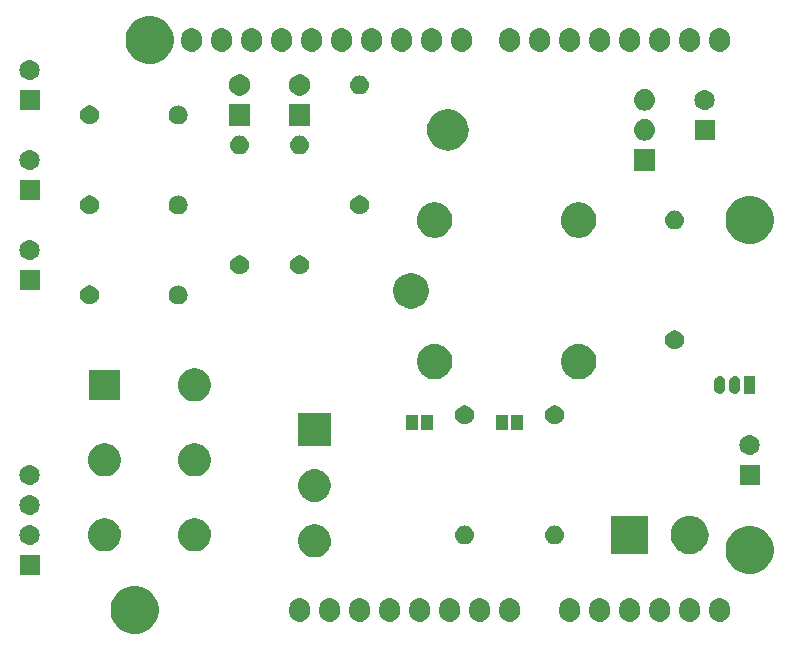
<source format=gbr>
G04 #@! TF.GenerationSoftware,KiCad,Pcbnew,(5.0.2)-1*
G04 #@! TF.CreationDate,2019-02-18T20:30:17-05:00*
G04 #@! TF.ProjectId,PRIME-D,5052494d-452d-4442-9e6b-696361645f70,rev?*
G04 #@! TF.SameCoordinates,Original*
G04 #@! TF.FileFunction,Soldermask,Top*
G04 #@! TF.FilePolarity,Negative*
%FSLAX46Y46*%
G04 Gerber Fmt 4.6, Leading zero omitted, Abs format (unit mm)*
G04 Created by KiCad (PCBNEW (5.0.2)-1) date 2/18/2019 8:30:17 PM*
%MOMM*%
%LPD*%
G01*
G04 APERTURE LIST*
%ADD10C,0.100000*%
G04 APERTURE END LIST*
D10*
G36*
X125560712Y-121871088D02*
X125930510Y-122024263D01*
X125930513Y-122024265D01*
X126263325Y-122246643D01*
X126546357Y-122529675D01*
X126730204Y-122804822D01*
X126768737Y-122862490D01*
X126921912Y-123232288D01*
X127000000Y-123624864D01*
X127000000Y-124025136D01*
X126921912Y-124417712D01*
X126768737Y-124787510D01*
X126768735Y-124787513D01*
X126546357Y-125120325D01*
X126263325Y-125403357D01*
X125930513Y-125625735D01*
X125930510Y-125625737D01*
X125560712Y-125778912D01*
X125168136Y-125857000D01*
X124767864Y-125857000D01*
X124375288Y-125778912D01*
X124005490Y-125625737D01*
X124005487Y-125625735D01*
X123672675Y-125403357D01*
X123389643Y-125120325D01*
X123167265Y-124787513D01*
X123167263Y-124787510D01*
X123014088Y-124417712D01*
X122936000Y-124025136D01*
X122936000Y-123624864D01*
X123014088Y-123232288D01*
X123167263Y-122862490D01*
X123205796Y-122804822D01*
X123389643Y-122529675D01*
X123672675Y-122246643D01*
X124005487Y-122024265D01*
X124005490Y-122024263D01*
X124375288Y-121871088D01*
X124767864Y-121793000D01*
X125168136Y-121793000D01*
X125560712Y-121871088D01*
X125560712Y-121871088D01*
G37*
G36*
X156887294Y-122821496D02*
X157007726Y-122858029D01*
X157050087Y-122870879D01*
X157200112Y-122951068D01*
X157331612Y-123058988D01*
X157439532Y-123190488D01*
X157519721Y-123340512D01*
X157532571Y-123382873D01*
X157569104Y-123503305D01*
X157569104Y-123503307D01*
X157581600Y-123630179D01*
X157581600Y-124019820D01*
X157581076Y-124025136D01*
X157569104Y-124146694D01*
X157532571Y-124267128D01*
X157519721Y-124309488D01*
X157439532Y-124459512D01*
X157331612Y-124591012D01*
X157200112Y-124698932D01*
X157050088Y-124779121D01*
X157022433Y-124787510D01*
X156887295Y-124828504D01*
X156774432Y-124839620D01*
X156718001Y-124845178D01*
X156718000Y-124845178D01*
X156548706Y-124828504D01*
X156413568Y-124787510D01*
X156385913Y-124779121D01*
X156235889Y-124698932D01*
X156145946Y-124625117D01*
X156104388Y-124591012D01*
X155996469Y-124459512D01*
X155974127Y-124417713D01*
X155916279Y-124309488D01*
X155903429Y-124267127D01*
X155866896Y-124146695D01*
X155858565Y-124062112D01*
X155854400Y-124019821D01*
X155854400Y-123630180D01*
X155866896Y-123503308D01*
X155866896Y-123503306D01*
X155916278Y-123340517D01*
X155916279Y-123340513D01*
X155996468Y-123190488D01*
X156104388Y-123058988D01*
X156235888Y-122951068D01*
X156385912Y-122870879D01*
X156428273Y-122858029D01*
X156548705Y-122821496D01*
X156661568Y-122810380D01*
X156717999Y-122804822D01*
X156718000Y-122804822D01*
X156887294Y-122821496D01*
X156887294Y-122821496D01*
G37*
G36*
X161967294Y-122821496D02*
X162087726Y-122858029D01*
X162130087Y-122870879D01*
X162280112Y-122951068D01*
X162411612Y-123058988D01*
X162519532Y-123190488D01*
X162599721Y-123340512D01*
X162612571Y-123382873D01*
X162649104Y-123503305D01*
X162649104Y-123503307D01*
X162661600Y-123630179D01*
X162661600Y-124019820D01*
X162661076Y-124025136D01*
X162649104Y-124146694D01*
X162612571Y-124267128D01*
X162599721Y-124309488D01*
X162519532Y-124459512D01*
X162411612Y-124591012D01*
X162280112Y-124698932D01*
X162130088Y-124779121D01*
X162102433Y-124787510D01*
X161967295Y-124828504D01*
X161854432Y-124839620D01*
X161798001Y-124845178D01*
X161798000Y-124845178D01*
X161628706Y-124828504D01*
X161493568Y-124787510D01*
X161465913Y-124779121D01*
X161315889Y-124698932D01*
X161225946Y-124625117D01*
X161184388Y-124591012D01*
X161076469Y-124459512D01*
X161054127Y-124417713D01*
X160996279Y-124309488D01*
X160983429Y-124267127D01*
X160946896Y-124146695D01*
X160938565Y-124062112D01*
X160934400Y-124019821D01*
X160934400Y-123630180D01*
X160946896Y-123503308D01*
X160946896Y-123503306D01*
X160996278Y-123340517D01*
X160996279Y-123340513D01*
X161076468Y-123190488D01*
X161184388Y-123058988D01*
X161315888Y-122951068D01*
X161465912Y-122870879D01*
X161508273Y-122858029D01*
X161628705Y-122821496D01*
X161741568Y-122810380D01*
X161797999Y-122804822D01*
X161798000Y-122804822D01*
X161967294Y-122821496D01*
X161967294Y-122821496D01*
G37*
G36*
X164507294Y-122821496D02*
X164627726Y-122858029D01*
X164670087Y-122870879D01*
X164820112Y-122951068D01*
X164951612Y-123058988D01*
X165059532Y-123190488D01*
X165139721Y-123340512D01*
X165152571Y-123382873D01*
X165189104Y-123503305D01*
X165189104Y-123503307D01*
X165201600Y-123630179D01*
X165201600Y-124019820D01*
X165201076Y-124025136D01*
X165189104Y-124146694D01*
X165152571Y-124267128D01*
X165139721Y-124309488D01*
X165059532Y-124459512D01*
X164951612Y-124591012D01*
X164820112Y-124698932D01*
X164670088Y-124779121D01*
X164642433Y-124787510D01*
X164507295Y-124828504D01*
X164394432Y-124839620D01*
X164338001Y-124845178D01*
X164338000Y-124845178D01*
X164168706Y-124828504D01*
X164033568Y-124787510D01*
X164005913Y-124779121D01*
X163855889Y-124698932D01*
X163765946Y-124625117D01*
X163724388Y-124591012D01*
X163616469Y-124459512D01*
X163594127Y-124417713D01*
X163536279Y-124309488D01*
X163523429Y-124267127D01*
X163486896Y-124146695D01*
X163478565Y-124062112D01*
X163474400Y-124019821D01*
X163474400Y-123630180D01*
X163486896Y-123503308D01*
X163486896Y-123503306D01*
X163536278Y-123340517D01*
X163536279Y-123340513D01*
X163616468Y-123190488D01*
X163724388Y-123058988D01*
X163855888Y-122951068D01*
X164005912Y-122870879D01*
X164048273Y-122858029D01*
X164168705Y-122821496D01*
X164281568Y-122810380D01*
X164337999Y-122804822D01*
X164338000Y-122804822D01*
X164507294Y-122821496D01*
X164507294Y-122821496D01*
G37*
G36*
X167047294Y-122821496D02*
X167167726Y-122858029D01*
X167210087Y-122870879D01*
X167360112Y-122951068D01*
X167491612Y-123058988D01*
X167599532Y-123190488D01*
X167679721Y-123340512D01*
X167692571Y-123382873D01*
X167729104Y-123503305D01*
X167729104Y-123503307D01*
X167741600Y-123630179D01*
X167741600Y-124019820D01*
X167741076Y-124025136D01*
X167729104Y-124146694D01*
X167692571Y-124267128D01*
X167679721Y-124309488D01*
X167599532Y-124459512D01*
X167491612Y-124591012D01*
X167360112Y-124698932D01*
X167210088Y-124779121D01*
X167182433Y-124787510D01*
X167047295Y-124828504D01*
X166934432Y-124839620D01*
X166878001Y-124845178D01*
X166878000Y-124845178D01*
X166708706Y-124828504D01*
X166573568Y-124787510D01*
X166545913Y-124779121D01*
X166395889Y-124698932D01*
X166305946Y-124625117D01*
X166264388Y-124591012D01*
X166156469Y-124459512D01*
X166134127Y-124417713D01*
X166076279Y-124309488D01*
X166063429Y-124267127D01*
X166026896Y-124146695D01*
X166018565Y-124062112D01*
X166014400Y-124019821D01*
X166014400Y-123630180D01*
X166026896Y-123503308D01*
X166026896Y-123503306D01*
X166076278Y-123340517D01*
X166076279Y-123340513D01*
X166156468Y-123190488D01*
X166264388Y-123058988D01*
X166395888Y-122951068D01*
X166545912Y-122870879D01*
X166588273Y-122858029D01*
X166708705Y-122821496D01*
X166821568Y-122810380D01*
X166877999Y-122804822D01*
X166878000Y-122804822D01*
X167047294Y-122821496D01*
X167047294Y-122821496D01*
G37*
G36*
X169587294Y-122821496D02*
X169707726Y-122858029D01*
X169750087Y-122870879D01*
X169900112Y-122951068D01*
X170031612Y-123058988D01*
X170139532Y-123190488D01*
X170219721Y-123340512D01*
X170232571Y-123382873D01*
X170269104Y-123503305D01*
X170269104Y-123503307D01*
X170281600Y-123630179D01*
X170281600Y-124019820D01*
X170281076Y-124025136D01*
X170269104Y-124146694D01*
X170232571Y-124267128D01*
X170219721Y-124309488D01*
X170139532Y-124459512D01*
X170031612Y-124591012D01*
X169900112Y-124698932D01*
X169750088Y-124779121D01*
X169722433Y-124787510D01*
X169587295Y-124828504D01*
X169474432Y-124839620D01*
X169418001Y-124845178D01*
X169418000Y-124845178D01*
X169248706Y-124828504D01*
X169113568Y-124787510D01*
X169085913Y-124779121D01*
X168935889Y-124698932D01*
X168845946Y-124625117D01*
X168804388Y-124591012D01*
X168696469Y-124459512D01*
X168674127Y-124417713D01*
X168616279Y-124309488D01*
X168603429Y-124267127D01*
X168566896Y-124146695D01*
X168558565Y-124062112D01*
X168554400Y-124019821D01*
X168554400Y-123630180D01*
X168566896Y-123503308D01*
X168566896Y-123503306D01*
X168616278Y-123340517D01*
X168616279Y-123340513D01*
X168696468Y-123190488D01*
X168804388Y-123058988D01*
X168935888Y-122951068D01*
X169085912Y-122870879D01*
X169128273Y-122858029D01*
X169248705Y-122821496D01*
X169361568Y-122810380D01*
X169417999Y-122804822D01*
X169418000Y-122804822D01*
X169587294Y-122821496D01*
X169587294Y-122821496D01*
G37*
G36*
X172127294Y-122821496D02*
X172247726Y-122858029D01*
X172290087Y-122870879D01*
X172440112Y-122951068D01*
X172571612Y-123058988D01*
X172679532Y-123190488D01*
X172759721Y-123340512D01*
X172772571Y-123382873D01*
X172809104Y-123503305D01*
X172809104Y-123503307D01*
X172821600Y-123630179D01*
X172821600Y-124019820D01*
X172821076Y-124025136D01*
X172809104Y-124146694D01*
X172772571Y-124267128D01*
X172759721Y-124309488D01*
X172679532Y-124459512D01*
X172571612Y-124591012D01*
X172440112Y-124698932D01*
X172290088Y-124779121D01*
X172262433Y-124787510D01*
X172127295Y-124828504D01*
X172014432Y-124839620D01*
X171958001Y-124845178D01*
X171958000Y-124845178D01*
X171788706Y-124828504D01*
X171653568Y-124787510D01*
X171625913Y-124779121D01*
X171475889Y-124698932D01*
X171385946Y-124625117D01*
X171344388Y-124591012D01*
X171236469Y-124459512D01*
X171214127Y-124417713D01*
X171156279Y-124309488D01*
X171143429Y-124267127D01*
X171106896Y-124146695D01*
X171098565Y-124062112D01*
X171094400Y-124019821D01*
X171094400Y-123630180D01*
X171106896Y-123503308D01*
X171106896Y-123503306D01*
X171156278Y-123340517D01*
X171156279Y-123340513D01*
X171236468Y-123190488D01*
X171344388Y-123058988D01*
X171475888Y-122951068D01*
X171625912Y-122870879D01*
X171668273Y-122858029D01*
X171788705Y-122821496D01*
X171901568Y-122810380D01*
X171957999Y-122804822D01*
X171958000Y-122804822D01*
X172127294Y-122821496D01*
X172127294Y-122821496D01*
G37*
G36*
X174667294Y-122821496D02*
X174787726Y-122858029D01*
X174830087Y-122870879D01*
X174980112Y-122951068D01*
X175111612Y-123058988D01*
X175219532Y-123190488D01*
X175299721Y-123340512D01*
X175312571Y-123382873D01*
X175349104Y-123503305D01*
X175349104Y-123503307D01*
X175361600Y-123630179D01*
X175361600Y-124019820D01*
X175361076Y-124025136D01*
X175349104Y-124146694D01*
X175312571Y-124267128D01*
X175299721Y-124309488D01*
X175219532Y-124459512D01*
X175111612Y-124591012D01*
X174980112Y-124698932D01*
X174830088Y-124779121D01*
X174802433Y-124787510D01*
X174667295Y-124828504D01*
X174554432Y-124839620D01*
X174498001Y-124845178D01*
X174498000Y-124845178D01*
X174328706Y-124828504D01*
X174193568Y-124787510D01*
X174165913Y-124779121D01*
X174015889Y-124698932D01*
X173925946Y-124625117D01*
X173884388Y-124591012D01*
X173776469Y-124459512D01*
X173754127Y-124417713D01*
X173696279Y-124309488D01*
X173683429Y-124267127D01*
X173646896Y-124146695D01*
X173638565Y-124062112D01*
X173634400Y-124019821D01*
X173634400Y-123630180D01*
X173646896Y-123503308D01*
X173646896Y-123503306D01*
X173696278Y-123340517D01*
X173696279Y-123340513D01*
X173776468Y-123190488D01*
X173884388Y-123058988D01*
X174015888Y-122951068D01*
X174165912Y-122870879D01*
X174208273Y-122858029D01*
X174328705Y-122821496D01*
X174441568Y-122810380D01*
X174497999Y-122804822D01*
X174498000Y-122804822D01*
X174667294Y-122821496D01*
X174667294Y-122821496D01*
G37*
G36*
X141647294Y-122821496D02*
X141767726Y-122858029D01*
X141810087Y-122870879D01*
X141960112Y-122951068D01*
X142091612Y-123058988D01*
X142199532Y-123190488D01*
X142279721Y-123340512D01*
X142292571Y-123382873D01*
X142329104Y-123503305D01*
X142329104Y-123503307D01*
X142341600Y-123630179D01*
X142341600Y-124019820D01*
X142341076Y-124025136D01*
X142329104Y-124146694D01*
X142292571Y-124267128D01*
X142279721Y-124309488D01*
X142199532Y-124459512D01*
X142091612Y-124591012D01*
X141960112Y-124698932D01*
X141810088Y-124779121D01*
X141782433Y-124787510D01*
X141647295Y-124828504D01*
X141534432Y-124839620D01*
X141478001Y-124845178D01*
X141478000Y-124845178D01*
X141308706Y-124828504D01*
X141173568Y-124787510D01*
X141145913Y-124779121D01*
X140995889Y-124698932D01*
X140905946Y-124625117D01*
X140864388Y-124591012D01*
X140756469Y-124459512D01*
X140734127Y-124417713D01*
X140676279Y-124309488D01*
X140663429Y-124267127D01*
X140626896Y-124146695D01*
X140618565Y-124062112D01*
X140614400Y-124019821D01*
X140614400Y-123630180D01*
X140626896Y-123503308D01*
X140626896Y-123503306D01*
X140676278Y-123340517D01*
X140676279Y-123340513D01*
X140756468Y-123190488D01*
X140864388Y-123058988D01*
X140995888Y-122951068D01*
X141145912Y-122870879D01*
X141188273Y-122858029D01*
X141308705Y-122821496D01*
X141421568Y-122810380D01*
X141477999Y-122804822D01*
X141478000Y-122804822D01*
X141647294Y-122821496D01*
X141647294Y-122821496D01*
G37*
G36*
X139107294Y-122821496D02*
X139227726Y-122858029D01*
X139270087Y-122870879D01*
X139420112Y-122951068D01*
X139551612Y-123058988D01*
X139659532Y-123190488D01*
X139739721Y-123340512D01*
X139752571Y-123382873D01*
X139789104Y-123503305D01*
X139789104Y-123503307D01*
X139801600Y-123630179D01*
X139801600Y-124019820D01*
X139801076Y-124025136D01*
X139789104Y-124146694D01*
X139752571Y-124267128D01*
X139739721Y-124309488D01*
X139659532Y-124459512D01*
X139551612Y-124591012D01*
X139420112Y-124698932D01*
X139270088Y-124779121D01*
X139242433Y-124787510D01*
X139107295Y-124828504D01*
X138994432Y-124839620D01*
X138938001Y-124845178D01*
X138938000Y-124845178D01*
X138768706Y-124828504D01*
X138633568Y-124787510D01*
X138605913Y-124779121D01*
X138455889Y-124698932D01*
X138365946Y-124625117D01*
X138324388Y-124591012D01*
X138216469Y-124459512D01*
X138194127Y-124417713D01*
X138136279Y-124309488D01*
X138123429Y-124267127D01*
X138086896Y-124146695D01*
X138078565Y-124062112D01*
X138074400Y-124019821D01*
X138074400Y-123630180D01*
X138086896Y-123503308D01*
X138086896Y-123503306D01*
X138136278Y-123340517D01*
X138136279Y-123340513D01*
X138216468Y-123190488D01*
X138324388Y-123058988D01*
X138455888Y-122951068D01*
X138605912Y-122870879D01*
X138648273Y-122858029D01*
X138768705Y-122821496D01*
X138881568Y-122810380D01*
X138937999Y-122804822D01*
X138938000Y-122804822D01*
X139107294Y-122821496D01*
X139107294Y-122821496D01*
G37*
G36*
X154347294Y-122821496D02*
X154467726Y-122858029D01*
X154510087Y-122870879D01*
X154660112Y-122951068D01*
X154791612Y-123058988D01*
X154899532Y-123190488D01*
X154979721Y-123340512D01*
X154992571Y-123382873D01*
X155029104Y-123503305D01*
X155029104Y-123503307D01*
X155041600Y-123630179D01*
X155041600Y-124019820D01*
X155041076Y-124025136D01*
X155029104Y-124146694D01*
X154992571Y-124267128D01*
X154979721Y-124309488D01*
X154899532Y-124459512D01*
X154791612Y-124591012D01*
X154660112Y-124698932D01*
X154510088Y-124779121D01*
X154482433Y-124787510D01*
X154347295Y-124828504D01*
X154234432Y-124839620D01*
X154178001Y-124845178D01*
X154178000Y-124845178D01*
X154008706Y-124828504D01*
X153873568Y-124787510D01*
X153845913Y-124779121D01*
X153695889Y-124698932D01*
X153605946Y-124625117D01*
X153564388Y-124591012D01*
X153456469Y-124459512D01*
X153434127Y-124417713D01*
X153376279Y-124309488D01*
X153363429Y-124267127D01*
X153326896Y-124146695D01*
X153318565Y-124062112D01*
X153314400Y-124019821D01*
X153314400Y-123630180D01*
X153326896Y-123503308D01*
X153326896Y-123503306D01*
X153376278Y-123340517D01*
X153376279Y-123340513D01*
X153456468Y-123190488D01*
X153564388Y-123058988D01*
X153695888Y-122951068D01*
X153845912Y-122870879D01*
X153888273Y-122858029D01*
X154008705Y-122821496D01*
X154121568Y-122810380D01*
X154177999Y-122804822D01*
X154178000Y-122804822D01*
X154347294Y-122821496D01*
X154347294Y-122821496D01*
G37*
G36*
X151807294Y-122821496D02*
X151927726Y-122858029D01*
X151970087Y-122870879D01*
X152120112Y-122951068D01*
X152251612Y-123058988D01*
X152359532Y-123190488D01*
X152439721Y-123340512D01*
X152452571Y-123382873D01*
X152489104Y-123503305D01*
X152489104Y-123503307D01*
X152501600Y-123630179D01*
X152501600Y-124019820D01*
X152501076Y-124025136D01*
X152489104Y-124146694D01*
X152452571Y-124267128D01*
X152439721Y-124309488D01*
X152359532Y-124459512D01*
X152251612Y-124591012D01*
X152120112Y-124698932D01*
X151970088Y-124779121D01*
X151942433Y-124787510D01*
X151807295Y-124828504D01*
X151694432Y-124839620D01*
X151638001Y-124845178D01*
X151638000Y-124845178D01*
X151468706Y-124828504D01*
X151333568Y-124787510D01*
X151305913Y-124779121D01*
X151155889Y-124698932D01*
X151065946Y-124625117D01*
X151024388Y-124591012D01*
X150916469Y-124459512D01*
X150894127Y-124417713D01*
X150836279Y-124309488D01*
X150823429Y-124267127D01*
X150786896Y-124146695D01*
X150778565Y-124062112D01*
X150774400Y-124019821D01*
X150774400Y-123630180D01*
X150786896Y-123503308D01*
X150786896Y-123503306D01*
X150836278Y-123340517D01*
X150836279Y-123340513D01*
X150916468Y-123190488D01*
X151024388Y-123058988D01*
X151155888Y-122951068D01*
X151305912Y-122870879D01*
X151348273Y-122858029D01*
X151468705Y-122821496D01*
X151581568Y-122810380D01*
X151637999Y-122804822D01*
X151638000Y-122804822D01*
X151807294Y-122821496D01*
X151807294Y-122821496D01*
G37*
G36*
X149267294Y-122821496D02*
X149387726Y-122858029D01*
X149430087Y-122870879D01*
X149580112Y-122951068D01*
X149711612Y-123058988D01*
X149819532Y-123190488D01*
X149899721Y-123340512D01*
X149912571Y-123382873D01*
X149949104Y-123503305D01*
X149949104Y-123503307D01*
X149961600Y-123630179D01*
X149961600Y-124019820D01*
X149961076Y-124025136D01*
X149949104Y-124146694D01*
X149912571Y-124267128D01*
X149899721Y-124309488D01*
X149819532Y-124459512D01*
X149711612Y-124591012D01*
X149580112Y-124698932D01*
X149430088Y-124779121D01*
X149402433Y-124787510D01*
X149267295Y-124828504D01*
X149154432Y-124839620D01*
X149098001Y-124845178D01*
X149098000Y-124845178D01*
X148928706Y-124828504D01*
X148793568Y-124787510D01*
X148765913Y-124779121D01*
X148615889Y-124698932D01*
X148525946Y-124625117D01*
X148484388Y-124591012D01*
X148376469Y-124459512D01*
X148354127Y-124417713D01*
X148296279Y-124309488D01*
X148283429Y-124267127D01*
X148246896Y-124146695D01*
X148238565Y-124062112D01*
X148234400Y-124019821D01*
X148234400Y-123630180D01*
X148246896Y-123503308D01*
X148246896Y-123503306D01*
X148296278Y-123340517D01*
X148296279Y-123340513D01*
X148376468Y-123190488D01*
X148484388Y-123058988D01*
X148615888Y-122951068D01*
X148765912Y-122870879D01*
X148808273Y-122858029D01*
X148928705Y-122821496D01*
X149041568Y-122810380D01*
X149097999Y-122804822D01*
X149098000Y-122804822D01*
X149267294Y-122821496D01*
X149267294Y-122821496D01*
G37*
G36*
X146727294Y-122821496D02*
X146847726Y-122858029D01*
X146890087Y-122870879D01*
X147040112Y-122951068D01*
X147171612Y-123058988D01*
X147279532Y-123190488D01*
X147359721Y-123340512D01*
X147372571Y-123382873D01*
X147409104Y-123503305D01*
X147409104Y-123503307D01*
X147421600Y-123630179D01*
X147421600Y-124019820D01*
X147421076Y-124025136D01*
X147409104Y-124146694D01*
X147372571Y-124267128D01*
X147359721Y-124309488D01*
X147279532Y-124459512D01*
X147171612Y-124591012D01*
X147040112Y-124698932D01*
X146890088Y-124779121D01*
X146862433Y-124787510D01*
X146727295Y-124828504D01*
X146614432Y-124839620D01*
X146558001Y-124845178D01*
X146558000Y-124845178D01*
X146388706Y-124828504D01*
X146253568Y-124787510D01*
X146225913Y-124779121D01*
X146075889Y-124698932D01*
X145985946Y-124625117D01*
X145944388Y-124591012D01*
X145836469Y-124459512D01*
X145814127Y-124417713D01*
X145756279Y-124309488D01*
X145743429Y-124267127D01*
X145706896Y-124146695D01*
X145698565Y-124062112D01*
X145694400Y-124019821D01*
X145694400Y-123630180D01*
X145706896Y-123503308D01*
X145706896Y-123503306D01*
X145756278Y-123340517D01*
X145756279Y-123340513D01*
X145836468Y-123190488D01*
X145944388Y-123058988D01*
X146075888Y-122951068D01*
X146225912Y-122870879D01*
X146268273Y-122858029D01*
X146388705Y-122821496D01*
X146501568Y-122810380D01*
X146557999Y-122804822D01*
X146558000Y-122804822D01*
X146727294Y-122821496D01*
X146727294Y-122821496D01*
G37*
G36*
X144187294Y-122821496D02*
X144307726Y-122858029D01*
X144350087Y-122870879D01*
X144500112Y-122951068D01*
X144631612Y-123058988D01*
X144739532Y-123190488D01*
X144819721Y-123340512D01*
X144832571Y-123382873D01*
X144869104Y-123503305D01*
X144869104Y-123503307D01*
X144881600Y-123630179D01*
X144881600Y-124019820D01*
X144881076Y-124025136D01*
X144869104Y-124146694D01*
X144832571Y-124267128D01*
X144819721Y-124309488D01*
X144739532Y-124459512D01*
X144631612Y-124591012D01*
X144500112Y-124698932D01*
X144350088Y-124779121D01*
X144322433Y-124787510D01*
X144187295Y-124828504D01*
X144074432Y-124839620D01*
X144018001Y-124845178D01*
X144018000Y-124845178D01*
X143848706Y-124828504D01*
X143713568Y-124787510D01*
X143685913Y-124779121D01*
X143535889Y-124698932D01*
X143445946Y-124625117D01*
X143404388Y-124591012D01*
X143296469Y-124459512D01*
X143274127Y-124417713D01*
X143216279Y-124309488D01*
X143203429Y-124267127D01*
X143166896Y-124146695D01*
X143158565Y-124062112D01*
X143154400Y-124019821D01*
X143154400Y-123630180D01*
X143166896Y-123503308D01*
X143166896Y-123503306D01*
X143216278Y-123340517D01*
X143216279Y-123340513D01*
X143296468Y-123190488D01*
X143404388Y-123058988D01*
X143535888Y-122951068D01*
X143685912Y-122870879D01*
X143728273Y-122858029D01*
X143848705Y-122821496D01*
X143961568Y-122810380D01*
X144017999Y-122804822D01*
X144018000Y-122804822D01*
X144187294Y-122821496D01*
X144187294Y-122821496D01*
G37*
G36*
X116928000Y-120865000D02*
X115228000Y-120865000D01*
X115228000Y-119165000D01*
X116928000Y-119165000D01*
X116928000Y-120865000D01*
X116928000Y-120865000D01*
G37*
G36*
X177630712Y-116791088D02*
X178000510Y-116944263D01*
X178000513Y-116944265D01*
X178333325Y-117166643D01*
X178616357Y-117449675D01*
X178744617Y-117641630D01*
X178838737Y-117782490D01*
X178991912Y-118152288D01*
X179070000Y-118544864D01*
X179070000Y-118945136D01*
X178991912Y-119337712D01*
X178838737Y-119707510D01*
X178838735Y-119707513D01*
X178616357Y-120040325D01*
X178333325Y-120323357D01*
X178000513Y-120545735D01*
X178000510Y-120545737D01*
X177630712Y-120698912D01*
X177238136Y-120777000D01*
X176837864Y-120777000D01*
X176445288Y-120698912D01*
X176075490Y-120545737D01*
X176075487Y-120545735D01*
X175742675Y-120323357D01*
X175459643Y-120040325D01*
X175237265Y-119707513D01*
X175237263Y-119707510D01*
X175084088Y-119337712D01*
X175006000Y-118945136D01*
X175006000Y-118544864D01*
X175084088Y-118152288D01*
X175237263Y-117782490D01*
X175331383Y-117641630D01*
X175459643Y-117449675D01*
X175742675Y-117166643D01*
X176075487Y-116944265D01*
X176075490Y-116944263D01*
X176445288Y-116791088D01*
X176837864Y-116713000D01*
X177238136Y-116713000D01*
X177630712Y-116791088D01*
X177630712Y-116791088D01*
G37*
G36*
X140481126Y-116611900D02*
X140616365Y-116638801D01*
X140871149Y-116744336D01*
X141097397Y-116895511D01*
X141100451Y-116897551D01*
X141295449Y-117092549D01*
X141295451Y-117092552D01*
X141345444Y-117167371D01*
X141448665Y-117321853D01*
X141554199Y-117576636D01*
X141608000Y-117847111D01*
X141608000Y-118122889D01*
X141603922Y-118143392D01*
X141559354Y-118367451D01*
X141554199Y-118393364D01*
X141448665Y-118648147D01*
X141295449Y-118877451D01*
X141100451Y-119072449D01*
X141100448Y-119072451D01*
X140871149Y-119225664D01*
X140616365Y-119331199D01*
X140481126Y-119358100D01*
X140345889Y-119385000D01*
X140070111Y-119385000D01*
X139934874Y-119358100D01*
X139799635Y-119331199D01*
X139544851Y-119225664D01*
X139315552Y-119072451D01*
X139315549Y-119072449D01*
X139120551Y-118877451D01*
X138967335Y-118648147D01*
X138861801Y-118393364D01*
X138856647Y-118367451D01*
X138812078Y-118143392D01*
X138808000Y-118122889D01*
X138808000Y-117847111D01*
X138861801Y-117576636D01*
X138967335Y-117321853D01*
X139070557Y-117167371D01*
X139120549Y-117092552D01*
X139120551Y-117092549D01*
X139315549Y-116897551D01*
X139318603Y-116895511D01*
X139544851Y-116744336D01*
X139799635Y-116638801D01*
X139934874Y-116611900D01*
X140070111Y-116585000D01*
X140345889Y-116585000D01*
X140481126Y-116611900D01*
X140481126Y-116611900D01*
G37*
G36*
X172114950Y-115882717D02*
X172271655Y-115898151D01*
X172472722Y-115959144D01*
X172573257Y-115989641D01*
X172721828Y-116069054D01*
X172851213Y-116138212D01*
X173094845Y-116338155D01*
X173294788Y-116581787D01*
X173344611Y-116675000D01*
X173443359Y-116859743D01*
X173454827Y-116897549D01*
X173534849Y-117161345D01*
X173565741Y-117475000D01*
X173534849Y-117788655D01*
X173494518Y-117921608D01*
X173443359Y-118090257D01*
X173392628Y-118185168D01*
X173294788Y-118368213D01*
X173094845Y-118611845D01*
X172851213Y-118811788D01*
X172732952Y-118875000D01*
X172573257Y-118960359D01*
X172472722Y-118990856D01*
X172271655Y-119051849D01*
X172114950Y-119067283D01*
X172036598Y-119075000D01*
X171879402Y-119075000D01*
X171801050Y-119067283D01*
X171644345Y-119051849D01*
X171443278Y-118990856D01*
X171342743Y-118960359D01*
X171183048Y-118875000D01*
X171064787Y-118811788D01*
X170821155Y-118611845D01*
X170621212Y-118368213D01*
X170523372Y-118185168D01*
X170472641Y-118090257D01*
X170421482Y-117921608D01*
X170381151Y-117788655D01*
X170350259Y-117475000D01*
X170381151Y-117161345D01*
X170461173Y-116897549D01*
X170472641Y-116859743D01*
X170571389Y-116675000D01*
X170621212Y-116581787D01*
X170821155Y-116338155D01*
X171064787Y-116138212D01*
X171194172Y-116069054D01*
X171342743Y-115989641D01*
X171443278Y-115959144D01*
X171644345Y-115898151D01*
X171801050Y-115882717D01*
X171879402Y-115875000D01*
X172036598Y-115875000D01*
X172114950Y-115882717D01*
X172114950Y-115882717D01*
G37*
G36*
X168478000Y-119075000D02*
X165278000Y-119075000D01*
X165278000Y-115875000D01*
X168478000Y-115875000D01*
X168478000Y-119075000D01*
X168478000Y-119075000D01*
G37*
G36*
X130321127Y-116101901D02*
X130456365Y-116128801D01*
X130711149Y-116234336D01*
X130866525Y-116338155D01*
X130940451Y-116387551D01*
X131135449Y-116582549D01*
X131135451Y-116582552D01*
X131288664Y-116811851D01*
X131394199Y-117066635D01*
X131399354Y-117092552D01*
X131444965Y-117321851D01*
X131448000Y-117337112D01*
X131448000Y-117612888D01*
X131394199Y-117883365D01*
X131288664Y-118138149D01*
X131172032Y-118312701D01*
X131135449Y-118367451D01*
X130940451Y-118562449D01*
X130940448Y-118562451D01*
X130711149Y-118715664D01*
X130456365Y-118821199D01*
X130321127Y-118848099D01*
X130185889Y-118875000D01*
X129910111Y-118875000D01*
X129774873Y-118848099D01*
X129639635Y-118821199D01*
X129384851Y-118715664D01*
X129155552Y-118562451D01*
X129155549Y-118562449D01*
X128960551Y-118367451D01*
X128923968Y-118312701D01*
X128807336Y-118138149D01*
X128701801Y-117883365D01*
X128648000Y-117612888D01*
X128648000Y-117337112D01*
X128651036Y-117321851D01*
X128696646Y-117092552D01*
X128701801Y-117066635D01*
X128807336Y-116811851D01*
X128960549Y-116582552D01*
X128960551Y-116582549D01*
X129155549Y-116387551D01*
X129229475Y-116338155D01*
X129384851Y-116234336D01*
X129639635Y-116128801D01*
X129774873Y-116101901D01*
X129910111Y-116075000D01*
X130185889Y-116075000D01*
X130321127Y-116101901D01*
X130321127Y-116101901D01*
G37*
G36*
X122701127Y-116101901D02*
X122836365Y-116128801D01*
X123091149Y-116234336D01*
X123246525Y-116338155D01*
X123320451Y-116387551D01*
X123515449Y-116582549D01*
X123515451Y-116582552D01*
X123668664Y-116811851D01*
X123774199Y-117066635D01*
X123779354Y-117092552D01*
X123824965Y-117321851D01*
X123828000Y-117337112D01*
X123828000Y-117612888D01*
X123774199Y-117883365D01*
X123668664Y-118138149D01*
X123552032Y-118312701D01*
X123515449Y-118367451D01*
X123320451Y-118562449D01*
X123320448Y-118562451D01*
X123091149Y-118715664D01*
X122836365Y-118821199D01*
X122701127Y-118848099D01*
X122565889Y-118875000D01*
X122290111Y-118875000D01*
X122154873Y-118848099D01*
X122019635Y-118821199D01*
X121764851Y-118715664D01*
X121535552Y-118562451D01*
X121535549Y-118562449D01*
X121340551Y-118367451D01*
X121303968Y-118312701D01*
X121187336Y-118138149D01*
X121081801Y-117883365D01*
X121028000Y-117612888D01*
X121028000Y-117337112D01*
X121031036Y-117321851D01*
X121076646Y-117092552D01*
X121081801Y-117066635D01*
X121187336Y-116811851D01*
X121340549Y-116582552D01*
X121340551Y-116582549D01*
X121535549Y-116387551D01*
X121609475Y-116338155D01*
X121764851Y-116234336D01*
X122019635Y-116128801D01*
X122154873Y-116101901D01*
X122290111Y-116075000D01*
X122565889Y-116075000D01*
X122701127Y-116101901D01*
X122701127Y-116101901D01*
G37*
G36*
X116244630Y-116637299D02*
X116404855Y-116685903D01*
X116552520Y-116764831D01*
X116681949Y-116871051D01*
X116788169Y-117000480D01*
X116867097Y-117148145D01*
X116915701Y-117308370D01*
X116932112Y-117475000D01*
X116915701Y-117641630D01*
X116867097Y-117801855D01*
X116788169Y-117949520D01*
X116681949Y-118078949D01*
X116552520Y-118185169D01*
X116404855Y-118264097D01*
X116244630Y-118312701D01*
X116119752Y-118325000D01*
X116036248Y-118325000D01*
X115911370Y-118312701D01*
X115751145Y-118264097D01*
X115603480Y-118185169D01*
X115474051Y-118078949D01*
X115367831Y-117949520D01*
X115288903Y-117801855D01*
X115240299Y-117641630D01*
X115223888Y-117475000D01*
X115240299Y-117308370D01*
X115288903Y-117148145D01*
X115367831Y-117000480D01*
X115474051Y-116871051D01*
X115603480Y-116764831D01*
X115751145Y-116685903D01*
X115911370Y-116637299D01*
X116036248Y-116625000D01*
X116119752Y-116625000D01*
X116244630Y-116637299D01*
X116244630Y-116637299D01*
G37*
G36*
X160645649Y-116682717D02*
X160684827Y-116686576D01*
X160760228Y-116709449D01*
X160835629Y-116732321D01*
X160974608Y-116806608D01*
X161096422Y-116906578D01*
X161196392Y-117028392D01*
X161270679Y-117167371D01*
X161270679Y-117167372D01*
X161316424Y-117318173D01*
X161331870Y-117475000D01*
X161316424Y-117631827D01*
X161313450Y-117641630D01*
X161270679Y-117782629D01*
X161196392Y-117921608D01*
X161096422Y-118043422D01*
X160974608Y-118143392D01*
X160835629Y-118217679D01*
X160760228Y-118240551D01*
X160684827Y-118263424D01*
X160645649Y-118267283D01*
X160567295Y-118275000D01*
X160488705Y-118275000D01*
X160410351Y-118267283D01*
X160371173Y-118263424D01*
X160295773Y-118240552D01*
X160220371Y-118217679D01*
X160081392Y-118143392D01*
X159959578Y-118043422D01*
X159859608Y-117921608D01*
X159785321Y-117782629D01*
X159742550Y-117641630D01*
X159739576Y-117631827D01*
X159724130Y-117475000D01*
X159739576Y-117318173D01*
X159785321Y-117167372D01*
X159785321Y-117167371D01*
X159859608Y-117028392D01*
X159959578Y-116906578D01*
X160081392Y-116806608D01*
X160220371Y-116732321D01*
X160295772Y-116709449D01*
X160371173Y-116686576D01*
X160410351Y-116682717D01*
X160488705Y-116675000D01*
X160567295Y-116675000D01*
X160645649Y-116682717D01*
X160645649Y-116682717D01*
G37*
G36*
X153025649Y-116682717D02*
X153064827Y-116686576D01*
X153140228Y-116709449D01*
X153215629Y-116732321D01*
X153354608Y-116806608D01*
X153476422Y-116906578D01*
X153576392Y-117028392D01*
X153650679Y-117167371D01*
X153650679Y-117167372D01*
X153696424Y-117318173D01*
X153711870Y-117475000D01*
X153696424Y-117631827D01*
X153693450Y-117641630D01*
X153650679Y-117782629D01*
X153576392Y-117921608D01*
X153476422Y-118043422D01*
X153354608Y-118143392D01*
X153215629Y-118217679D01*
X153140228Y-118240551D01*
X153064827Y-118263424D01*
X153025649Y-118267283D01*
X152947295Y-118275000D01*
X152868705Y-118275000D01*
X152790351Y-118267283D01*
X152751173Y-118263424D01*
X152675773Y-118240552D01*
X152600371Y-118217679D01*
X152461392Y-118143392D01*
X152339578Y-118043422D01*
X152239608Y-117921608D01*
X152165321Y-117782629D01*
X152122550Y-117641630D01*
X152119576Y-117631827D01*
X152104130Y-117475000D01*
X152119576Y-117318173D01*
X152165321Y-117167372D01*
X152165321Y-117167371D01*
X152239608Y-117028392D01*
X152339578Y-116906578D01*
X152461392Y-116806608D01*
X152600371Y-116732321D01*
X152675772Y-116709449D01*
X152751173Y-116686576D01*
X152790351Y-116682717D01*
X152868705Y-116675000D01*
X152947295Y-116675000D01*
X153025649Y-116682717D01*
X153025649Y-116682717D01*
G37*
G36*
X116244630Y-114097299D02*
X116404855Y-114145903D01*
X116552520Y-114224831D01*
X116681949Y-114331051D01*
X116788169Y-114460480D01*
X116867097Y-114608145D01*
X116915701Y-114768370D01*
X116932112Y-114935000D01*
X116915701Y-115101630D01*
X116867097Y-115261855D01*
X116788169Y-115409520D01*
X116681949Y-115538949D01*
X116552520Y-115645169D01*
X116404855Y-115724097D01*
X116244630Y-115772701D01*
X116119752Y-115785000D01*
X116036248Y-115785000D01*
X115911370Y-115772701D01*
X115751145Y-115724097D01*
X115603480Y-115645169D01*
X115474051Y-115538949D01*
X115367831Y-115409520D01*
X115288903Y-115261855D01*
X115240299Y-115101630D01*
X115223888Y-114935000D01*
X115240299Y-114768370D01*
X115288903Y-114608145D01*
X115367831Y-114460480D01*
X115474051Y-114331051D01*
X115603480Y-114224831D01*
X115751145Y-114145903D01*
X115911370Y-114097299D01*
X116036248Y-114085000D01*
X116119752Y-114085000D01*
X116244630Y-114097299D01*
X116244630Y-114097299D01*
G37*
G36*
X140481126Y-111911900D02*
X140616365Y-111938801D01*
X140871149Y-112044336D01*
X141097397Y-112195511D01*
X141100451Y-112197551D01*
X141295449Y-112392549D01*
X141295451Y-112392552D01*
X141448664Y-112621851D01*
X141551252Y-112869520D01*
X141554199Y-112876636D01*
X141608000Y-113147111D01*
X141608000Y-113422889D01*
X141554199Y-113693364D01*
X141448665Y-113948147D01*
X141295449Y-114177451D01*
X141100451Y-114372449D01*
X141100448Y-114372451D01*
X140871149Y-114525664D01*
X140616365Y-114631199D01*
X140481127Y-114658099D01*
X140345889Y-114685000D01*
X140070111Y-114685000D01*
X139934873Y-114658099D01*
X139799635Y-114631199D01*
X139544851Y-114525664D01*
X139315552Y-114372451D01*
X139315549Y-114372449D01*
X139120551Y-114177451D01*
X138967335Y-113948147D01*
X138861801Y-113693364D01*
X138808000Y-113422889D01*
X138808000Y-113147111D01*
X138861801Y-112876636D01*
X138864749Y-112869520D01*
X138967336Y-112621851D01*
X139120549Y-112392552D01*
X139120551Y-112392549D01*
X139315549Y-112197551D01*
X139318603Y-112195511D01*
X139544851Y-112044336D01*
X139799635Y-111938801D01*
X139934874Y-111911900D01*
X140070111Y-111885000D01*
X140345889Y-111885000D01*
X140481126Y-111911900D01*
X140481126Y-111911900D01*
G37*
G36*
X177888000Y-113245000D02*
X176188000Y-113245000D01*
X176188000Y-111545000D01*
X177888000Y-111545000D01*
X177888000Y-113245000D01*
X177888000Y-113245000D01*
G37*
G36*
X116244630Y-111557299D02*
X116404855Y-111605903D01*
X116552520Y-111684831D01*
X116681949Y-111791051D01*
X116788169Y-111920480D01*
X116867097Y-112068145D01*
X116915701Y-112228370D01*
X116932112Y-112395000D01*
X116915701Y-112561630D01*
X116867097Y-112721855D01*
X116788169Y-112869520D01*
X116681949Y-112998949D01*
X116552520Y-113105169D01*
X116404855Y-113184097D01*
X116244630Y-113232701D01*
X116119752Y-113245000D01*
X116036248Y-113245000D01*
X115911370Y-113232701D01*
X115751145Y-113184097D01*
X115603480Y-113105169D01*
X115474051Y-112998949D01*
X115367831Y-112869520D01*
X115288903Y-112721855D01*
X115240299Y-112561630D01*
X115223888Y-112395000D01*
X115240299Y-112228370D01*
X115288903Y-112068145D01*
X115367831Y-111920480D01*
X115474051Y-111791051D01*
X115603480Y-111684831D01*
X115751145Y-111605903D01*
X115911370Y-111557299D01*
X116036248Y-111545000D01*
X116119752Y-111545000D01*
X116244630Y-111557299D01*
X116244630Y-111557299D01*
G37*
G36*
X122701126Y-109751900D02*
X122836365Y-109778801D01*
X123091149Y-109884336D01*
X123241803Y-109985000D01*
X123320451Y-110037551D01*
X123515449Y-110232549D01*
X123515451Y-110232552D01*
X123668664Y-110461851D01*
X123774199Y-110716635D01*
X123828000Y-110987112D01*
X123828000Y-111262888D01*
X123774199Y-111533365D01*
X123744153Y-111605903D01*
X123668665Y-111788147D01*
X123515449Y-112017451D01*
X123320451Y-112212449D01*
X123320448Y-112212451D01*
X123091149Y-112365664D01*
X122836365Y-112471199D01*
X122701126Y-112498100D01*
X122565889Y-112525000D01*
X122290111Y-112525000D01*
X122154874Y-112498100D01*
X122019635Y-112471199D01*
X121764851Y-112365664D01*
X121535552Y-112212451D01*
X121535549Y-112212449D01*
X121340551Y-112017451D01*
X121187335Y-111788147D01*
X121111847Y-111605903D01*
X121081801Y-111533365D01*
X121028000Y-111262888D01*
X121028000Y-110987112D01*
X121081801Y-110716635D01*
X121187336Y-110461851D01*
X121340549Y-110232552D01*
X121340551Y-110232549D01*
X121535549Y-110037551D01*
X121614197Y-109985000D01*
X121764851Y-109884336D01*
X122019635Y-109778801D01*
X122154874Y-109751900D01*
X122290111Y-109725000D01*
X122565889Y-109725000D01*
X122701126Y-109751900D01*
X122701126Y-109751900D01*
G37*
G36*
X130321126Y-109751900D02*
X130456365Y-109778801D01*
X130711149Y-109884336D01*
X130861803Y-109985000D01*
X130940451Y-110037551D01*
X131135449Y-110232549D01*
X131135451Y-110232552D01*
X131288664Y-110461851D01*
X131394199Y-110716635D01*
X131448000Y-110987112D01*
X131448000Y-111262888D01*
X131394199Y-111533365D01*
X131364153Y-111605903D01*
X131288665Y-111788147D01*
X131135449Y-112017451D01*
X130940451Y-112212449D01*
X130940448Y-112212451D01*
X130711149Y-112365664D01*
X130456365Y-112471199D01*
X130321126Y-112498100D01*
X130185889Y-112525000D01*
X129910111Y-112525000D01*
X129774874Y-112498100D01*
X129639635Y-112471199D01*
X129384851Y-112365664D01*
X129155552Y-112212451D01*
X129155549Y-112212449D01*
X128960551Y-112017451D01*
X128807335Y-111788147D01*
X128731847Y-111605903D01*
X128701801Y-111533365D01*
X128648000Y-111262888D01*
X128648000Y-110987112D01*
X128701801Y-110716635D01*
X128807336Y-110461851D01*
X128960549Y-110232552D01*
X128960551Y-110232549D01*
X129155549Y-110037551D01*
X129234197Y-109985000D01*
X129384851Y-109884336D01*
X129639635Y-109778801D01*
X129774874Y-109751900D01*
X129910111Y-109725000D01*
X130185889Y-109725000D01*
X130321126Y-109751900D01*
X130321126Y-109751900D01*
G37*
G36*
X177204630Y-109017299D02*
X177364855Y-109065903D01*
X177512520Y-109144831D01*
X177641949Y-109251051D01*
X177748169Y-109380480D01*
X177827097Y-109528145D01*
X177875701Y-109688370D01*
X177892112Y-109855000D01*
X177875701Y-110021630D01*
X177827097Y-110181855D01*
X177748169Y-110329520D01*
X177641949Y-110458949D01*
X177512520Y-110565169D01*
X177364855Y-110644097D01*
X177204630Y-110692701D01*
X177079752Y-110705000D01*
X176996248Y-110705000D01*
X176871370Y-110692701D01*
X176711145Y-110644097D01*
X176563480Y-110565169D01*
X176434051Y-110458949D01*
X176327831Y-110329520D01*
X176248903Y-110181855D01*
X176200299Y-110021630D01*
X176183888Y-109855000D01*
X176200299Y-109688370D01*
X176248903Y-109528145D01*
X176327831Y-109380480D01*
X176434051Y-109251051D01*
X176563480Y-109144831D01*
X176711145Y-109065903D01*
X176871370Y-109017299D01*
X176996248Y-109005000D01*
X177079752Y-109005000D01*
X177204630Y-109017299D01*
X177204630Y-109017299D01*
G37*
G36*
X141608000Y-109985000D02*
X138808000Y-109985000D01*
X138808000Y-107185000D01*
X141608000Y-107185000D01*
X141608000Y-109985000D01*
X141608000Y-109985000D01*
G37*
G36*
X150223000Y-108580000D02*
X149253000Y-108580000D01*
X149253000Y-107310000D01*
X150223000Y-107310000D01*
X150223000Y-108580000D01*
X150223000Y-108580000D01*
G37*
G36*
X157843000Y-108580000D02*
X156873000Y-108580000D01*
X156873000Y-107310000D01*
X157843000Y-107310000D01*
X157843000Y-108580000D01*
X157843000Y-108580000D01*
G37*
G36*
X156563000Y-108580000D02*
X155593000Y-108580000D01*
X155593000Y-107310000D01*
X156563000Y-107310000D01*
X156563000Y-108580000D01*
X156563000Y-108580000D01*
G37*
G36*
X148943000Y-108580000D02*
X147973000Y-108580000D01*
X147973000Y-107310000D01*
X148943000Y-107310000D01*
X148943000Y-108580000D01*
X148943000Y-108580000D01*
G37*
G36*
X160761352Y-106545743D02*
X160906941Y-106606048D01*
X161037973Y-106693601D01*
X161149399Y-106805027D01*
X161236952Y-106936059D01*
X161297257Y-107081648D01*
X161328000Y-107236205D01*
X161328000Y-107393795D01*
X161297257Y-107548352D01*
X161236952Y-107693941D01*
X161149399Y-107824973D01*
X161037973Y-107936399D01*
X160906941Y-108023952D01*
X160761352Y-108084257D01*
X160606795Y-108115000D01*
X160449205Y-108115000D01*
X160294648Y-108084257D01*
X160149059Y-108023952D01*
X160018027Y-107936399D01*
X159906601Y-107824973D01*
X159819048Y-107693941D01*
X159758743Y-107548352D01*
X159728000Y-107393795D01*
X159728000Y-107236205D01*
X159758743Y-107081648D01*
X159819048Y-106936059D01*
X159906601Y-106805027D01*
X160018027Y-106693601D01*
X160149059Y-106606048D01*
X160294648Y-106545743D01*
X160449205Y-106515000D01*
X160606795Y-106515000D01*
X160761352Y-106545743D01*
X160761352Y-106545743D01*
G37*
G36*
X153141352Y-106545743D02*
X153286941Y-106606048D01*
X153417973Y-106693601D01*
X153529399Y-106805027D01*
X153616952Y-106936059D01*
X153677257Y-107081648D01*
X153708000Y-107236205D01*
X153708000Y-107393795D01*
X153677257Y-107548352D01*
X153616952Y-107693941D01*
X153529399Y-107824973D01*
X153417973Y-107936399D01*
X153286941Y-108023952D01*
X153141352Y-108084257D01*
X152986795Y-108115000D01*
X152829205Y-108115000D01*
X152674648Y-108084257D01*
X152529059Y-108023952D01*
X152398027Y-107936399D01*
X152286601Y-107824973D01*
X152199048Y-107693941D01*
X152138743Y-107548352D01*
X152108000Y-107393795D01*
X152108000Y-107236205D01*
X152138743Y-107081648D01*
X152199048Y-106936059D01*
X152286601Y-106805027D01*
X152398027Y-106693601D01*
X152529059Y-106606048D01*
X152674648Y-106545743D01*
X152829205Y-106515000D01*
X152986795Y-106515000D01*
X153141352Y-106545743D01*
X153141352Y-106545743D01*
G37*
G36*
X130321127Y-103401901D02*
X130456365Y-103428801D01*
X130711149Y-103534336D01*
X130937397Y-103685511D01*
X130940451Y-103687551D01*
X131135449Y-103882549D01*
X131135451Y-103882552D01*
X131288664Y-104111851D01*
X131394199Y-104366635D01*
X131448000Y-104637112D01*
X131448000Y-104912888D01*
X131394199Y-105183365D01*
X131288664Y-105438149D01*
X131252176Y-105492757D01*
X131135449Y-105667451D01*
X130940451Y-105862449D01*
X130940448Y-105862451D01*
X130711149Y-106015664D01*
X130456365Y-106121199D01*
X130321126Y-106148100D01*
X130185889Y-106175000D01*
X129910111Y-106175000D01*
X129774874Y-106148100D01*
X129639635Y-106121199D01*
X129384851Y-106015664D01*
X129155552Y-105862451D01*
X129155549Y-105862449D01*
X128960551Y-105667451D01*
X128843824Y-105492757D01*
X128807336Y-105438149D01*
X128701801Y-105183365D01*
X128648000Y-104912888D01*
X128648000Y-104637112D01*
X128701801Y-104366635D01*
X128807336Y-104111851D01*
X128960549Y-103882552D01*
X128960551Y-103882549D01*
X129155549Y-103687551D01*
X129158603Y-103685511D01*
X129384851Y-103534336D01*
X129639635Y-103428801D01*
X129774873Y-103401901D01*
X129910111Y-103375000D01*
X130185889Y-103375000D01*
X130321127Y-103401901D01*
X130321127Y-103401901D01*
G37*
G36*
X123728000Y-106075000D02*
X121128000Y-106075000D01*
X121128000Y-103475000D01*
X123728000Y-103475000D01*
X123728000Y-106075000D01*
X123728000Y-106075000D01*
G37*
G36*
X174586214Y-104031511D02*
X174628627Y-104044377D01*
X174671041Y-104057243D01*
X174749216Y-104099029D01*
X174817738Y-104155262D01*
X174873971Y-104223783D01*
X174915757Y-104301958D01*
X174941489Y-104386786D01*
X174948000Y-104452894D01*
X174948000Y-105097106D01*
X174941489Y-105163214D01*
X174915757Y-105248042D01*
X174873971Y-105326217D01*
X174817738Y-105394738D01*
X174749217Y-105450971D01*
X174671042Y-105492757D01*
X174628628Y-105505623D01*
X174586215Y-105518489D01*
X174498000Y-105527177D01*
X174409786Y-105518489D01*
X174367373Y-105505623D01*
X174324959Y-105492757D01*
X174246784Y-105450971D01*
X174178263Y-105394738D01*
X174122029Y-105326215D01*
X174080244Y-105248043D01*
X174054511Y-105163214D01*
X174048000Y-105097106D01*
X174048000Y-104452895D01*
X174054511Y-104386787D01*
X174054512Y-104386785D01*
X174080243Y-104301960D01*
X174080243Y-104301959D01*
X174122029Y-104223784D01*
X174178262Y-104155262D01*
X174246783Y-104099029D01*
X174324958Y-104057243D01*
X174367372Y-104044377D01*
X174409785Y-104031511D01*
X174498000Y-104022823D01*
X174586214Y-104031511D01*
X174586214Y-104031511D01*
G37*
G36*
X175856214Y-104031511D02*
X175898627Y-104044377D01*
X175941041Y-104057243D01*
X176019216Y-104099029D01*
X176087738Y-104155262D01*
X176143971Y-104223783D01*
X176185757Y-104301958D01*
X176211489Y-104386786D01*
X176218000Y-104452894D01*
X176218000Y-105097106D01*
X176211489Y-105163214D01*
X176185757Y-105248042D01*
X176143971Y-105326217D01*
X176087738Y-105394738D01*
X176019217Y-105450971D01*
X175941042Y-105492757D01*
X175898628Y-105505623D01*
X175856215Y-105518489D01*
X175768000Y-105527177D01*
X175679786Y-105518489D01*
X175637373Y-105505623D01*
X175594959Y-105492757D01*
X175516784Y-105450971D01*
X175448263Y-105394738D01*
X175392029Y-105326215D01*
X175350244Y-105248043D01*
X175324511Y-105163214D01*
X175318000Y-105097106D01*
X175318000Y-104452895D01*
X175324511Y-104386787D01*
X175324512Y-104386785D01*
X175350243Y-104301960D01*
X175350243Y-104301959D01*
X175392029Y-104223784D01*
X175448262Y-104155262D01*
X175516783Y-104099029D01*
X175594958Y-104057243D01*
X175637372Y-104044377D01*
X175679785Y-104031511D01*
X175768000Y-104022823D01*
X175856214Y-104031511D01*
X175856214Y-104031511D01*
G37*
G36*
X177488000Y-105525000D02*
X176588000Y-105525000D01*
X176588000Y-104025000D01*
X177488000Y-104025000D01*
X177488000Y-105525000D01*
X177488000Y-105525000D01*
G37*
G36*
X150708935Y-101343429D02*
X150805534Y-101362644D01*
X151078517Y-101475717D01*
X151244163Y-101586399D01*
X151324197Y-101639876D01*
X151533124Y-101848803D01*
X151697284Y-102094485D01*
X151810356Y-102367467D01*
X151868000Y-102657261D01*
X151868000Y-102952739D01*
X151810356Y-103242533D01*
X151697284Y-103515515D01*
X151533124Y-103761197D01*
X151324197Y-103970124D01*
X151324194Y-103970126D01*
X151078517Y-104134283D01*
X150805534Y-104247356D01*
X150708935Y-104266571D01*
X150515739Y-104305000D01*
X150220261Y-104305000D01*
X150027065Y-104266571D01*
X149930466Y-104247356D01*
X149657483Y-104134283D01*
X149411806Y-103970126D01*
X149411803Y-103970124D01*
X149202876Y-103761197D01*
X149038716Y-103515515D01*
X148925644Y-103242533D01*
X148868000Y-102952739D01*
X148868000Y-102657261D01*
X148925644Y-102367467D01*
X149038716Y-102094485D01*
X149202876Y-101848803D01*
X149411803Y-101639876D01*
X149491837Y-101586399D01*
X149657483Y-101475717D01*
X149930466Y-101362644D01*
X150027065Y-101343429D01*
X150220261Y-101305000D01*
X150515739Y-101305000D01*
X150708935Y-101343429D01*
X150708935Y-101343429D01*
G37*
G36*
X162908935Y-101343429D02*
X163005534Y-101362644D01*
X163278517Y-101475717D01*
X163444163Y-101586399D01*
X163524197Y-101639876D01*
X163733124Y-101848803D01*
X163897284Y-102094485D01*
X164010356Y-102367467D01*
X164068000Y-102657261D01*
X164068000Y-102952739D01*
X164010356Y-103242533D01*
X163897284Y-103515515D01*
X163733124Y-103761197D01*
X163524197Y-103970124D01*
X163524194Y-103970126D01*
X163278517Y-104134283D01*
X163005534Y-104247356D01*
X162908935Y-104266571D01*
X162715739Y-104305000D01*
X162420261Y-104305000D01*
X162227065Y-104266571D01*
X162130466Y-104247356D01*
X161857483Y-104134283D01*
X161611806Y-103970126D01*
X161611803Y-103970124D01*
X161402876Y-103761197D01*
X161238716Y-103515515D01*
X161125644Y-103242533D01*
X161068000Y-102952739D01*
X161068000Y-102657261D01*
X161125644Y-102367467D01*
X161238716Y-102094485D01*
X161402876Y-101848803D01*
X161611803Y-101639876D01*
X161691837Y-101586399D01*
X161857483Y-101475717D01*
X162130466Y-101362644D01*
X162227065Y-101343429D01*
X162420261Y-101305000D01*
X162715739Y-101305000D01*
X162908935Y-101343429D01*
X162908935Y-101343429D01*
G37*
G36*
X170921352Y-100195743D02*
X171066941Y-100256048D01*
X171197973Y-100343601D01*
X171309399Y-100455027D01*
X171396952Y-100586059D01*
X171457257Y-100731648D01*
X171488000Y-100886205D01*
X171488000Y-101043795D01*
X171457257Y-101198352D01*
X171396952Y-101343941D01*
X171309399Y-101474973D01*
X171197973Y-101586399D01*
X171066941Y-101673952D01*
X170921352Y-101734257D01*
X170766795Y-101765000D01*
X170609205Y-101765000D01*
X170454648Y-101734257D01*
X170309059Y-101673952D01*
X170178027Y-101586399D01*
X170066601Y-101474973D01*
X169979048Y-101343941D01*
X169918743Y-101198352D01*
X169888000Y-101043795D01*
X169888000Y-100886205D01*
X169918743Y-100731648D01*
X169979048Y-100586059D01*
X170066601Y-100455027D01*
X170178027Y-100343601D01*
X170309059Y-100256048D01*
X170454648Y-100195743D01*
X170609205Y-100165000D01*
X170766795Y-100165000D01*
X170921352Y-100195743D01*
X170921352Y-100195743D01*
G37*
G36*
X148708935Y-95343429D02*
X148805534Y-95362644D01*
X149078517Y-95475717D01*
X149320920Y-95637687D01*
X149324197Y-95639876D01*
X149533124Y-95848803D01*
X149533126Y-95848806D01*
X149697283Y-96094483D01*
X149810356Y-96367466D01*
X149819278Y-96412321D01*
X149868000Y-96657261D01*
X149868000Y-96952739D01*
X149829571Y-97145935D01*
X149810356Y-97242534D01*
X149697283Y-97515517D01*
X149597421Y-97664970D01*
X149533124Y-97761197D01*
X149324197Y-97970124D01*
X149324194Y-97970126D01*
X149078517Y-98134283D01*
X148805534Y-98247356D01*
X148708935Y-98266571D01*
X148515739Y-98305000D01*
X148220261Y-98305000D01*
X148027065Y-98266571D01*
X147930466Y-98247356D01*
X147657483Y-98134283D01*
X147411806Y-97970126D01*
X147411803Y-97970124D01*
X147202876Y-97761197D01*
X147138579Y-97664970D01*
X147038717Y-97515517D01*
X146925644Y-97242534D01*
X146906429Y-97145935D01*
X146868000Y-96952739D01*
X146868000Y-96657261D01*
X146916722Y-96412321D01*
X146925644Y-96367466D01*
X147038717Y-96094483D01*
X147202874Y-95848806D01*
X147202876Y-95848803D01*
X147411803Y-95639876D01*
X147415080Y-95637687D01*
X147657483Y-95475717D01*
X147930466Y-95362644D01*
X148027065Y-95343429D01*
X148220261Y-95305000D01*
X148515739Y-95305000D01*
X148708935Y-95343429D01*
X148708935Y-95343429D01*
G37*
G36*
X121391352Y-96385743D02*
X121536941Y-96446048D01*
X121667973Y-96533601D01*
X121779399Y-96645027D01*
X121866952Y-96776059D01*
X121927257Y-96921648D01*
X121958000Y-97076205D01*
X121958000Y-97233795D01*
X121927257Y-97388352D01*
X121866952Y-97533941D01*
X121779399Y-97664973D01*
X121667973Y-97776399D01*
X121536941Y-97863952D01*
X121391352Y-97924257D01*
X121236795Y-97955000D01*
X121079205Y-97955000D01*
X120924648Y-97924257D01*
X120779059Y-97863952D01*
X120648027Y-97776399D01*
X120536601Y-97664973D01*
X120449048Y-97533941D01*
X120388743Y-97388352D01*
X120358000Y-97233795D01*
X120358000Y-97076205D01*
X120388743Y-96921648D01*
X120449048Y-96776059D01*
X120536601Y-96645027D01*
X120648027Y-96533601D01*
X120779059Y-96446048D01*
X120924648Y-96385743D01*
X121079205Y-96355000D01*
X121236795Y-96355000D01*
X121391352Y-96385743D01*
X121391352Y-96385743D01*
G37*
G36*
X128775649Y-96362717D02*
X128814827Y-96366576D01*
X128878012Y-96385743D01*
X128965629Y-96412321D01*
X129104608Y-96486608D01*
X129226422Y-96586578D01*
X129326392Y-96708392D01*
X129400679Y-96847371D01*
X129446424Y-96998174D01*
X129461870Y-97155000D01*
X129446424Y-97311826D01*
X129400679Y-97462629D01*
X129326392Y-97601608D01*
X129226422Y-97723422D01*
X129104608Y-97823392D01*
X128965629Y-97897679D01*
X128890228Y-97920551D01*
X128814827Y-97943424D01*
X128775649Y-97947283D01*
X128697295Y-97955000D01*
X128618705Y-97955000D01*
X128540351Y-97947283D01*
X128501173Y-97943424D01*
X128425772Y-97920551D01*
X128350371Y-97897679D01*
X128211392Y-97823392D01*
X128089578Y-97723422D01*
X127989608Y-97601608D01*
X127915321Y-97462629D01*
X127869576Y-97311826D01*
X127854130Y-97155000D01*
X127869576Y-96998174D01*
X127915321Y-96847371D01*
X127989608Y-96708392D01*
X128089578Y-96586578D01*
X128211392Y-96486608D01*
X128350371Y-96412321D01*
X128437988Y-96385743D01*
X128501173Y-96366576D01*
X128540351Y-96362717D01*
X128618705Y-96355000D01*
X128697295Y-96355000D01*
X128775649Y-96362717D01*
X128775649Y-96362717D01*
G37*
G36*
X116928000Y-96735000D02*
X115228000Y-96735000D01*
X115228000Y-95035000D01*
X116928000Y-95035000D01*
X116928000Y-96735000D01*
X116928000Y-96735000D01*
G37*
G36*
X139171352Y-93845743D02*
X139316941Y-93906048D01*
X139447973Y-93993601D01*
X139559399Y-94105027D01*
X139646952Y-94236059D01*
X139707257Y-94381648D01*
X139738000Y-94536205D01*
X139738000Y-94693795D01*
X139707257Y-94848352D01*
X139646952Y-94993941D01*
X139559399Y-95124973D01*
X139447973Y-95236399D01*
X139316941Y-95323952D01*
X139171352Y-95384257D01*
X139016795Y-95415000D01*
X138859205Y-95415000D01*
X138704648Y-95384257D01*
X138559059Y-95323952D01*
X138428027Y-95236399D01*
X138316601Y-95124973D01*
X138229048Y-94993941D01*
X138168743Y-94848352D01*
X138138000Y-94693795D01*
X138138000Y-94536205D01*
X138168743Y-94381648D01*
X138229048Y-94236059D01*
X138316601Y-94105027D01*
X138428027Y-93993601D01*
X138559059Y-93906048D01*
X138704648Y-93845743D01*
X138859205Y-93815000D01*
X139016795Y-93815000D01*
X139171352Y-93845743D01*
X139171352Y-93845743D01*
G37*
G36*
X134091352Y-93845743D02*
X134236941Y-93906048D01*
X134367973Y-93993601D01*
X134479399Y-94105027D01*
X134566952Y-94236059D01*
X134627257Y-94381648D01*
X134658000Y-94536205D01*
X134658000Y-94693795D01*
X134627257Y-94848352D01*
X134566952Y-94993941D01*
X134479399Y-95124973D01*
X134367973Y-95236399D01*
X134236941Y-95323952D01*
X134091352Y-95384257D01*
X133936795Y-95415000D01*
X133779205Y-95415000D01*
X133624648Y-95384257D01*
X133479059Y-95323952D01*
X133348027Y-95236399D01*
X133236601Y-95124973D01*
X133149048Y-94993941D01*
X133088743Y-94848352D01*
X133058000Y-94693795D01*
X133058000Y-94536205D01*
X133088743Y-94381648D01*
X133149048Y-94236059D01*
X133236601Y-94105027D01*
X133348027Y-93993601D01*
X133479059Y-93906048D01*
X133624648Y-93845743D01*
X133779205Y-93815000D01*
X133936795Y-93815000D01*
X134091352Y-93845743D01*
X134091352Y-93845743D01*
G37*
G36*
X116244630Y-92507299D02*
X116404855Y-92555903D01*
X116552520Y-92634831D01*
X116681949Y-92741051D01*
X116788169Y-92870480D01*
X116867097Y-93018145D01*
X116915701Y-93178370D01*
X116932112Y-93345000D01*
X116915701Y-93511630D01*
X116867097Y-93671855D01*
X116788169Y-93819520D01*
X116681949Y-93948949D01*
X116552520Y-94055169D01*
X116404855Y-94134097D01*
X116244630Y-94182701D01*
X116119752Y-94195000D01*
X116036248Y-94195000D01*
X115911370Y-94182701D01*
X115751145Y-94134097D01*
X115603480Y-94055169D01*
X115474051Y-93948949D01*
X115367831Y-93819520D01*
X115288903Y-93671855D01*
X115240299Y-93511630D01*
X115223888Y-93345000D01*
X115240299Y-93178370D01*
X115288903Y-93018145D01*
X115367831Y-92870480D01*
X115474051Y-92741051D01*
X115603480Y-92634831D01*
X115751145Y-92555903D01*
X115911370Y-92507299D01*
X116036248Y-92495000D01*
X116119752Y-92495000D01*
X116244630Y-92507299D01*
X116244630Y-92507299D01*
G37*
G36*
X177630712Y-88851088D02*
X178000510Y-89004263D01*
X178000513Y-89004265D01*
X178333325Y-89226643D01*
X178616357Y-89509675D01*
X178838735Y-89842487D01*
X178838737Y-89842490D01*
X178991912Y-90212288D01*
X179070000Y-90604864D01*
X179070000Y-91005136D01*
X178991912Y-91397712D01*
X178838737Y-91767510D01*
X178838735Y-91767513D01*
X178616357Y-92100325D01*
X178333325Y-92383357D01*
X178000513Y-92605735D01*
X178000510Y-92605737D01*
X177630712Y-92758912D01*
X177238136Y-92837000D01*
X176837864Y-92837000D01*
X176445288Y-92758912D01*
X176075490Y-92605737D01*
X176075487Y-92605735D01*
X175742675Y-92383357D01*
X175459643Y-92100325D01*
X175237265Y-91767513D01*
X175237263Y-91767510D01*
X175084088Y-91397712D01*
X175006000Y-91005136D01*
X175006000Y-90604864D01*
X175084088Y-90212288D01*
X175237263Y-89842490D01*
X175237265Y-89842487D01*
X175459643Y-89509675D01*
X175742675Y-89226643D01*
X176075487Y-89004265D01*
X176075490Y-89004263D01*
X176445288Y-88851088D01*
X176837864Y-88773000D01*
X177238136Y-88773000D01*
X177630712Y-88851088D01*
X177630712Y-88851088D01*
G37*
G36*
X150708935Y-89343429D02*
X150805534Y-89362644D01*
X151078517Y-89475717D01*
X151285161Y-89613793D01*
X151324197Y-89639876D01*
X151533124Y-89848803D01*
X151533126Y-89848806D01*
X151697283Y-90094483D01*
X151759195Y-90243951D01*
X151810356Y-90367467D01*
X151868000Y-90657261D01*
X151868000Y-90952739D01*
X151836196Y-91112628D01*
X151810356Y-91242534D01*
X151746079Y-91397712D01*
X151697284Y-91515515D01*
X151533124Y-91761197D01*
X151324197Y-91970124D01*
X151324194Y-91970126D01*
X151078517Y-92134283D01*
X150805534Y-92247356D01*
X150708935Y-92266571D01*
X150515739Y-92305000D01*
X150220261Y-92305000D01*
X150027065Y-92266571D01*
X149930466Y-92247356D01*
X149657483Y-92134283D01*
X149411806Y-91970126D01*
X149411803Y-91970124D01*
X149202876Y-91761197D01*
X149038716Y-91515515D01*
X148989921Y-91397712D01*
X148925644Y-91242534D01*
X148899804Y-91112628D01*
X148868000Y-90952739D01*
X148868000Y-90657261D01*
X148925644Y-90367467D01*
X148976806Y-90243951D01*
X149038717Y-90094483D01*
X149202874Y-89848806D01*
X149202876Y-89848803D01*
X149411803Y-89639876D01*
X149450839Y-89613793D01*
X149657483Y-89475717D01*
X149930466Y-89362644D01*
X150027065Y-89343429D01*
X150220261Y-89305000D01*
X150515739Y-89305000D01*
X150708935Y-89343429D01*
X150708935Y-89343429D01*
G37*
G36*
X162908935Y-89343429D02*
X163005534Y-89362644D01*
X163278517Y-89475717D01*
X163485161Y-89613793D01*
X163524197Y-89639876D01*
X163733124Y-89848803D01*
X163733126Y-89848806D01*
X163897283Y-90094483D01*
X163959195Y-90243951D01*
X164010356Y-90367467D01*
X164068000Y-90657261D01*
X164068000Y-90952739D01*
X164036196Y-91112628D01*
X164010356Y-91242534D01*
X163946079Y-91397712D01*
X163897284Y-91515515D01*
X163733124Y-91761197D01*
X163524197Y-91970124D01*
X163524194Y-91970126D01*
X163278517Y-92134283D01*
X163005534Y-92247356D01*
X162908935Y-92266571D01*
X162715739Y-92305000D01*
X162420261Y-92305000D01*
X162227065Y-92266571D01*
X162130466Y-92247356D01*
X161857483Y-92134283D01*
X161611806Y-91970126D01*
X161611803Y-91970124D01*
X161402876Y-91761197D01*
X161238716Y-91515515D01*
X161189921Y-91397712D01*
X161125644Y-91242534D01*
X161099804Y-91112628D01*
X161068000Y-90952739D01*
X161068000Y-90657261D01*
X161125644Y-90367467D01*
X161176806Y-90243951D01*
X161238717Y-90094483D01*
X161402874Y-89848806D01*
X161402876Y-89848803D01*
X161611803Y-89639876D01*
X161650839Y-89613793D01*
X161857483Y-89475717D01*
X162130466Y-89362644D01*
X162227065Y-89343429D01*
X162420261Y-89305000D01*
X162715739Y-89305000D01*
X162908935Y-89343429D01*
X162908935Y-89343429D01*
G37*
G36*
X170805649Y-90012717D02*
X170844827Y-90016576D01*
X170920227Y-90039448D01*
X170995629Y-90062321D01*
X171134608Y-90136608D01*
X171256422Y-90236578D01*
X171356392Y-90358392D01*
X171430679Y-90497371D01*
X171476424Y-90648174D01*
X171491870Y-90805000D01*
X171476424Y-90961826D01*
X171430679Y-91112629D01*
X171356392Y-91251608D01*
X171256422Y-91373422D01*
X171134608Y-91473392D01*
X170995629Y-91547679D01*
X170920227Y-91570552D01*
X170844827Y-91593424D01*
X170805649Y-91597283D01*
X170727295Y-91605000D01*
X170648705Y-91605000D01*
X170570351Y-91597283D01*
X170531173Y-91593424D01*
X170455773Y-91570552D01*
X170380371Y-91547679D01*
X170241392Y-91473392D01*
X170119578Y-91373422D01*
X170019608Y-91251608D01*
X169945321Y-91112629D01*
X169899576Y-90961826D01*
X169884130Y-90805000D01*
X169899576Y-90648174D01*
X169945321Y-90497371D01*
X170019608Y-90358392D01*
X170119578Y-90236578D01*
X170241392Y-90136608D01*
X170380371Y-90062321D01*
X170455773Y-90039448D01*
X170531173Y-90016576D01*
X170570351Y-90012717D01*
X170648705Y-90005000D01*
X170727295Y-90005000D01*
X170805649Y-90012717D01*
X170805649Y-90012717D01*
G37*
G36*
X128775649Y-88742717D02*
X128814827Y-88746576D01*
X128878012Y-88765743D01*
X128965629Y-88792321D01*
X129104608Y-88866608D01*
X129226422Y-88966578D01*
X129326392Y-89088392D01*
X129400679Y-89227371D01*
X129446424Y-89378174D01*
X129461870Y-89535000D01*
X129446424Y-89691826D01*
X129400679Y-89842629D01*
X129326392Y-89981608D01*
X129226422Y-90103422D01*
X129104608Y-90203392D01*
X128965629Y-90277679D01*
X128890227Y-90300552D01*
X128814827Y-90323424D01*
X128775649Y-90327283D01*
X128697295Y-90335000D01*
X128618705Y-90335000D01*
X128540351Y-90327283D01*
X128501173Y-90323424D01*
X128425773Y-90300552D01*
X128350371Y-90277679D01*
X128211392Y-90203392D01*
X128089578Y-90103422D01*
X127989608Y-89981608D01*
X127915321Y-89842629D01*
X127869576Y-89691826D01*
X127854130Y-89535000D01*
X127869576Y-89378174D01*
X127915321Y-89227371D01*
X127989608Y-89088392D01*
X128089578Y-88966578D01*
X128211392Y-88866608D01*
X128350371Y-88792321D01*
X128437988Y-88765743D01*
X128501173Y-88746576D01*
X128540351Y-88742717D01*
X128618705Y-88735000D01*
X128697295Y-88735000D01*
X128775649Y-88742717D01*
X128775649Y-88742717D01*
G37*
G36*
X121391352Y-88765743D02*
X121536941Y-88826048D01*
X121667973Y-88913601D01*
X121779399Y-89025027D01*
X121866952Y-89156059D01*
X121927257Y-89301648D01*
X121958000Y-89456205D01*
X121958000Y-89613795D01*
X121927257Y-89768352D01*
X121866952Y-89913941D01*
X121779399Y-90044973D01*
X121667973Y-90156399D01*
X121536941Y-90243952D01*
X121391352Y-90304257D01*
X121236795Y-90335000D01*
X121079205Y-90335000D01*
X120924648Y-90304257D01*
X120779059Y-90243952D01*
X120648027Y-90156399D01*
X120536601Y-90044973D01*
X120449048Y-89913941D01*
X120388743Y-89768352D01*
X120358000Y-89613795D01*
X120358000Y-89456205D01*
X120388743Y-89301648D01*
X120449048Y-89156059D01*
X120536601Y-89025027D01*
X120648027Y-88913601D01*
X120779059Y-88826048D01*
X120924648Y-88765743D01*
X121079205Y-88735000D01*
X121236795Y-88735000D01*
X121391352Y-88765743D01*
X121391352Y-88765743D01*
G37*
G36*
X144251352Y-88765743D02*
X144396941Y-88826048D01*
X144527973Y-88913601D01*
X144639399Y-89025027D01*
X144726952Y-89156059D01*
X144787257Y-89301648D01*
X144818000Y-89456205D01*
X144818000Y-89613795D01*
X144787257Y-89768352D01*
X144726952Y-89913941D01*
X144639399Y-90044973D01*
X144527973Y-90156399D01*
X144396941Y-90243952D01*
X144251352Y-90304257D01*
X144096795Y-90335000D01*
X143939205Y-90335000D01*
X143784648Y-90304257D01*
X143639059Y-90243952D01*
X143508027Y-90156399D01*
X143396601Y-90044973D01*
X143309048Y-89913941D01*
X143248743Y-89768352D01*
X143218000Y-89613795D01*
X143218000Y-89456205D01*
X143248743Y-89301648D01*
X143309048Y-89156059D01*
X143396601Y-89025027D01*
X143508027Y-88913601D01*
X143639059Y-88826048D01*
X143784648Y-88765743D01*
X143939205Y-88735000D01*
X144096795Y-88735000D01*
X144251352Y-88765743D01*
X144251352Y-88765743D01*
G37*
G36*
X116928000Y-89115000D02*
X115228000Y-89115000D01*
X115228000Y-87415000D01*
X116928000Y-87415000D01*
X116928000Y-89115000D01*
X116928000Y-89115000D01*
G37*
G36*
X169048000Y-86625000D02*
X167248000Y-86625000D01*
X167248000Y-84825000D01*
X169048000Y-84825000D01*
X169048000Y-86625000D01*
X169048000Y-86625000D01*
G37*
G36*
X116244630Y-84887299D02*
X116404855Y-84935903D01*
X116552520Y-85014831D01*
X116681949Y-85121051D01*
X116788169Y-85250480D01*
X116867097Y-85398145D01*
X116915701Y-85558370D01*
X116932112Y-85725000D01*
X116915701Y-85891630D01*
X116867097Y-86051855D01*
X116788169Y-86199520D01*
X116681949Y-86328949D01*
X116552520Y-86435169D01*
X116404855Y-86514097D01*
X116244630Y-86562701D01*
X116119752Y-86575000D01*
X116036248Y-86575000D01*
X115911370Y-86562701D01*
X115751145Y-86514097D01*
X115603480Y-86435169D01*
X115474051Y-86328949D01*
X115367831Y-86199520D01*
X115288903Y-86051855D01*
X115240299Y-85891630D01*
X115223888Y-85725000D01*
X115240299Y-85558370D01*
X115288903Y-85398145D01*
X115367831Y-85250480D01*
X115474051Y-85121051D01*
X115603480Y-85014831D01*
X115751145Y-84935903D01*
X115911370Y-84887299D01*
X116036248Y-84875000D01*
X116119752Y-84875000D01*
X116244630Y-84887299D01*
X116244630Y-84887299D01*
G37*
G36*
X139055649Y-83662717D02*
X139094827Y-83666576D01*
X139163580Y-83687432D01*
X139245629Y-83712321D01*
X139384608Y-83786608D01*
X139506422Y-83886578D01*
X139606392Y-84008392D01*
X139680679Y-84147371D01*
X139680679Y-84147372D01*
X139726424Y-84298173D01*
X139741870Y-84455000D01*
X139726424Y-84611826D01*
X139680679Y-84762629D01*
X139606392Y-84901608D01*
X139506422Y-85023422D01*
X139384608Y-85123392D01*
X139245629Y-85197679D01*
X139170228Y-85220551D01*
X139094827Y-85243424D01*
X139055649Y-85247283D01*
X138977295Y-85255000D01*
X138898705Y-85255000D01*
X138820351Y-85247283D01*
X138781173Y-85243424D01*
X138705772Y-85220551D01*
X138630371Y-85197679D01*
X138491392Y-85123392D01*
X138369578Y-85023422D01*
X138269608Y-84901608D01*
X138195321Y-84762629D01*
X138149576Y-84611826D01*
X138134130Y-84455000D01*
X138149576Y-84298173D01*
X138195321Y-84147372D01*
X138195321Y-84147371D01*
X138269608Y-84008392D01*
X138369578Y-83886578D01*
X138491392Y-83786608D01*
X138630371Y-83712321D01*
X138712420Y-83687432D01*
X138781173Y-83666576D01*
X138820351Y-83662717D01*
X138898705Y-83655000D01*
X138977295Y-83655000D01*
X139055649Y-83662717D01*
X139055649Y-83662717D01*
G37*
G36*
X133975649Y-83662717D02*
X134014827Y-83666576D01*
X134083580Y-83687432D01*
X134165629Y-83712321D01*
X134304608Y-83786608D01*
X134426422Y-83886578D01*
X134526392Y-84008392D01*
X134600679Y-84147371D01*
X134600679Y-84147372D01*
X134646424Y-84298173D01*
X134661870Y-84455000D01*
X134646424Y-84611826D01*
X134600679Y-84762629D01*
X134526392Y-84901608D01*
X134426422Y-85023422D01*
X134304608Y-85123392D01*
X134165629Y-85197679D01*
X134090228Y-85220551D01*
X134014827Y-85243424D01*
X133975649Y-85247283D01*
X133897295Y-85255000D01*
X133818705Y-85255000D01*
X133740351Y-85247283D01*
X133701173Y-85243424D01*
X133625772Y-85220551D01*
X133550371Y-85197679D01*
X133411392Y-85123392D01*
X133289578Y-85023422D01*
X133189608Y-84901608D01*
X133115321Y-84762629D01*
X133069576Y-84611826D01*
X133054130Y-84455000D01*
X133069576Y-84298173D01*
X133115321Y-84147372D01*
X133115321Y-84147371D01*
X133189608Y-84008392D01*
X133289578Y-83886578D01*
X133411392Y-83786608D01*
X133550371Y-83712321D01*
X133632420Y-83687432D01*
X133701173Y-83666576D01*
X133740351Y-83662717D01*
X133818705Y-83655000D01*
X133897295Y-83655000D01*
X133975649Y-83662717D01*
X133975649Y-83662717D01*
G37*
G36*
X151659665Y-81443440D02*
X151831060Y-81460321D01*
X152050977Y-81527032D01*
X152160937Y-81560388D01*
X152248835Y-81607371D01*
X152464952Y-81722888D01*
X152731424Y-81941576D01*
X152950112Y-82208048D01*
X153017969Y-82335000D01*
X153112612Y-82512063D01*
X153145968Y-82622023D01*
X153212679Y-82841940D01*
X153246467Y-83185000D01*
X153212679Y-83528060D01*
X153156784Y-83712321D01*
X153112612Y-83857937D01*
X153025753Y-84020437D01*
X152950112Y-84161952D01*
X152731424Y-84428424D01*
X152464952Y-84647112D01*
X152323437Y-84722753D01*
X152160937Y-84809612D01*
X152110209Y-84825000D01*
X151831060Y-84909679D01*
X151659665Y-84926560D01*
X151573969Y-84935000D01*
X151402031Y-84935000D01*
X151316335Y-84926560D01*
X151144940Y-84909679D01*
X150865791Y-84825000D01*
X150815063Y-84809612D01*
X150652563Y-84722753D01*
X150511048Y-84647112D01*
X150244576Y-84428424D01*
X150025888Y-84161952D01*
X149950247Y-84020437D01*
X149863388Y-83857937D01*
X149819216Y-83712321D01*
X149763321Y-83528060D01*
X149729533Y-83185000D01*
X149763321Y-82841940D01*
X149830032Y-82622023D01*
X149863388Y-82512063D01*
X149958031Y-82335000D01*
X150025888Y-82208048D01*
X150244576Y-81941576D01*
X150511048Y-81722888D01*
X150727165Y-81607371D01*
X150815063Y-81560388D01*
X150925023Y-81527032D01*
X151144940Y-81460321D01*
X151316335Y-81443440D01*
X151402031Y-81435000D01*
X151573969Y-81435000D01*
X151659665Y-81443440D01*
X151659665Y-81443440D01*
G37*
G36*
X168324432Y-82298022D02*
X168494081Y-82349485D01*
X168650433Y-82433056D01*
X168787475Y-82545525D01*
X168899944Y-82682567D01*
X168983515Y-82838919D01*
X169034978Y-83008568D01*
X169052354Y-83185000D01*
X169034978Y-83361432D01*
X168983515Y-83531081D01*
X168899944Y-83687433D01*
X168787475Y-83824475D01*
X168650433Y-83936944D01*
X168494081Y-84020515D01*
X168324432Y-84071978D01*
X168192211Y-84085000D01*
X168103789Y-84085000D01*
X167971568Y-84071978D01*
X167801919Y-84020515D01*
X167645567Y-83936944D01*
X167508525Y-83824475D01*
X167396056Y-83687433D01*
X167312485Y-83531081D01*
X167261022Y-83361432D01*
X167243646Y-83185000D01*
X167261022Y-83008568D01*
X167312485Y-82838919D01*
X167396056Y-82682567D01*
X167508525Y-82545525D01*
X167645567Y-82433056D01*
X167801919Y-82349485D01*
X167971568Y-82298022D01*
X168103789Y-82285000D01*
X168192211Y-82285000D01*
X168324432Y-82298022D01*
X168324432Y-82298022D01*
G37*
G36*
X174078000Y-84035000D02*
X172378000Y-84035000D01*
X172378000Y-82335000D01*
X174078000Y-82335000D01*
X174078000Y-84035000D01*
X174078000Y-84035000D01*
G37*
G36*
X139838000Y-82815000D02*
X138038000Y-82815000D01*
X138038000Y-81015000D01*
X139838000Y-81015000D01*
X139838000Y-82815000D01*
X139838000Y-82815000D01*
G37*
G36*
X134758000Y-82815000D02*
X132958000Y-82815000D01*
X132958000Y-81015000D01*
X134758000Y-81015000D01*
X134758000Y-82815000D01*
X134758000Y-82815000D01*
G37*
G36*
X128775649Y-81122717D02*
X128814827Y-81126576D01*
X128878012Y-81145743D01*
X128965629Y-81172321D01*
X129104608Y-81246608D01*
X129226422Y-81346578D01*
X129326392Y-81468392D01*
X129400679Y-81607371D01*
X129400679Y-81607372D01*
X129446424Y-81758173D01*
X129461870Y-81915000D01*
X129459253Y-81941576D01*
X129446424Y-82071826D01*
X129400679Y-82222629D01*
X129326392Y-82361608D01*
X129226422Y-82483422D01*
X129104608Y-82583392D01*
X128965629Y-82657679D01*
X128890227Y-82680552D01*
X128814827Y-82703424D01*
X128775649Y-82707283D01*
X128697295Y-82715000D01*
X128618705Y-82715000D01*
X128540351Y-82707283D01*
X128501173Y-82703424D01*
X128425773Y-82680552D01*
X128350371Y-82657679D01*
X128211392Y-82583392D01*
X128089578Y-82483422D01*
X127989608Y-82361608D01*
X127915321Y-82222629D01*
X127869576Y-82071826D01*
X127856748Y-81941576D01*
X127854130Y-81915000D01*
X127869576Y-81758173D01*
X127915321Y-81607372D01*
X127915321Y-81607371D01*
X127989608Y-81468392D01*
X128089578Y-81346578D01*
X128211392Y-81246608D01*
X128350371Y-81172321D01*
X128437988Y-81145743D01*
X128501173Y-81126576D01*
X128540351Y-81122717D01*
X128618705Y-81115000D01*
X128697295Y-81115000D01*
X128775649Y-81122717D01*
X128775649Y-81122717D01*
G37*
G36*
X121391352Y-81145743D02*
X121536941Y-81206048D01*
X121667973Y-81293601D01*
X121779399Y-81405027D01*
X121866952Y-81536059D01*
X121927257Y-81681648D01*
X121958000Y-81836205D01*
X121958000Y-81993795D01*
X121927257Y-82148352D01*
X121866952Y-82293941D01*
X121779399Y-82424973D01*
X121667973Y-82536399D01*
X121536941Y-82623952D01*
X121391352Y-82684257D01*
X121236795Y-82715000D01*
X121079205Y-82715000D01*
X120924648Y-82684257D01*
X120779059Y-82623952D01*
X120648027Y-82536399D01*
X120536601Y-82424973D01*
X120449048Y-82293941D01*
X120388743Y-82148352D01*
X120358000Y-81993795D01*
X120358000Y-81836205D01*
X120388743Y-81681648D01*
X120449048Y-81536059D01*
X120536601Y-81405027D01*
X120648027Y-81293601D01*
X120779059Y-81206048D01*
X120924648Y-81145743D01*
X121079205Y-81115000D01*
X121236795Y-81115000D01*
X121391352Y-81145743D01*
X121391352Y-81145743D01*
G37*
G36*
X168324432Y-79758022D02*
X168494081Y-79809485D01*
X168650433Y-79893056D01*
X168787475Y-80005525D01*
X168899944Y-80142567D01*
X168983515Y-80298919D01*
X169034978Y-80468568D01*
X169052354Y-80645000D01*
X169034978Y-80821432D01*
X168983515Y-80991081D01*
X168899944Y-81147433D01*
X168787475Y-81284475D01*
X168650433Y-81396944D01*
X168494081Y-81480515D01*
X168324432Y-81531978D01*
X168192211Y-81545000D01*
X168103789Y-81545000D01*
X167971568Y-81531978D01*
X167801919Y-81480515D01*
X167645567Y-81396944D01*
X167508525Y-81284475D01*
X167396056Y-81147433D01*
X167312485Y-80991081D01*
X167261022Y-80821432D01*
X167243646Y-80645000D01*
X167261022Y-80468568D01*
X167312485Y-80298919D01*
X167396056Y-80142567D01*
X167508525Y-80005525D01*
X167645567Y-79893056D01*
X167801919Y-79809485D01*
X167971568Y-79758022D01*
X168103789Y-79745000D01*
X168192211Y-79745000D01*
X168324432Y-79758022D01*
X168324432Y-79758022D01*
G37*
G36*
X173394630Y-79807299D02*
X173554855Y-79855903D01*
X173702520Y-79934831D01*
X173831949Y-80041051D01*
X173938169Y-80170480D01*
X174017097Y-80318145D01*
X174065701Y-80478370D01*
X174082112Y-80645000D01*
X174065701Y-80811630D01*
X174017097Y-80971855D01*
X173938169Y-81119520D01*
X173831949Y-81248949D01*
X173702520Y-81355169D01*
X173554855Y-81434097D01*
X173394630Y-81482701D01*
X173269752Y-81495000D01*
X173186248Y-81495000D01*
X173061370Y-81482701D01*
X172901145Y-81434097D01*
X172753480Y-81355169D01*
X172624051Y-81248949D01*
X172517831Y-81119520D01*
X172438903Y-80971855D01*
X172390299Y-80811630D01*
X172373888Y-80645000D01*
X172390299Y-80478370D01*
X172438903Y-80318145D01*
X172517831Y-80170480D01*
X172624051Y-80041051D01*
X172753480Y-79934831D01*
X172901145Y-79855903D01*
X173061370Y-79807299D01*
X173186248Y-79795000D01*
X173269752Y-79795000D01*
X173394630Y-79807299D01*
X173394630Y-79807299D01*
G37*
G36*
X116928000Y-81495000D02*
X115228000Y-81495000D01*
X115228000Y-79795000D01*
X116928000Y-79795000D01*
X116928000Y-81495000D01*
X116928000Y-81495000D01*
G37*
G36*
X139200521Y-78509586D02*
X139364309Y-78577429D01*
X139511720Y-78675926D01*
X139637074Y-78801280D01*
X139735571Y-78948691D01*
X139803414Y-79112479D01*
X139838000Y-79286356D01*
X139838000Y-79463644D01*
X139803414Y-79637521D01*
X139735571Y-79801309D01*
X139637074Y-79948720D01*
X139511720Y-80074074D01*
X139364309Y-80172571D01*
X139200521Y-80240414D01*
X139026644Y-80275000D01*
X138849356Y-80275000D01*
X138675479Y-80240414D01*
X138511691Y-80172571D01*
X138364280Y-80074074D01*
X138238926Y-79948720D01*
X138140429Y-79801309D01*
X138072586Y-79637521D01*
X138038000Y-79463644D01*
X138038000Y-79286356D01*
X138072586Y-79112479D01*
X138140429Y-78948691D01*
X138238926Y-78801280D01*
X138364280Y-78675926D01*
X138511691Y-78577429D01*
X138675479Y-78509586D01*
X138849356Y-78475000D01*
X139026644Y-78475000D01*
X139200521Y-78509586D01*
X139200521Y-78509586D01*
G37*
G36*
X134120521Y-78509586D02*
X134284309Y-78577429D01*
X134431720Y-78675926D01*
X134557074Y-78801280D01*
X134655571Y-78948691D01*
X134723414Y-79112479D01*
X134758000Y-79286356D01*
X134758000Y-79463644D01*
X134723414Y-79637521D01*
X134655571Y-79801309D01*
X134557074Y-79948720D01*
X134431720Y-80074074D01*
X134284309Y-80172571D01*
X134120521Y-80240414D01*
X133946644Y-80275000D01*
X133769356Y-80275000D01*
X133595479Y-80240414D01*
X133431691Y-80172571D01*
X133284280Y-80074074D01*
X133158926Y-79948720D01*
X133060429Y-79801309D01*
X132992586Y-79637521D01*
X132958000Y-79463644D01*
X132958000Y-79286356D01*
X132992586Y-79112479D01*
X133060429Y-78948691D01*
X133158926Y-78801280D01*
X133284280Y-78675926D01*
X133431691Y-78577429D01*
X133595479Y-78509586D01*
X133769356Y-78475000D01*
X133946644Y-78475000D01*
X134120521Y-78509586D01*
X134120521Y-78509586D01*
G37*
G36*
X144135649Y-78582717D02*
X144174827Y-78586576D01*
X144250227Y-78609448D01*
X144325629Y-78632321D01*
X144464608Y-78706608D01*
X144586422Y-78806578D01*
X144686392Y-78928392D01*
X144760679Y-79067371D01*
X144806424Y-79218174D01*
X144821870Y-79375000D01*
X144806424Y-79531826D01*
X144760679Y-79682629D01*
X144686392Y-79821608D01*
X144586422Y-79943422D01*
X144464608Y-80043392D01*
X144325629Y-80117679D01*
X144250227Y-80140552D01*
X144174827Y-80163424D01*
X144135649Y-80167283D01*
X144057295Y-80175000D01*
X143978705Y-80175000D01*
X143900351Y-80167283D01*
X143861173Y-80163424D01*
X143785773Y-80140552D01*
X143710371Y-80117679D01*
X143571392Y-80043392D01*
X143449578Y-79943422D01*
X143349608Y-79821608D01*
X143275321Y-79682629D01*
X143229576Y-79531826D01*
X143214130Y-79375000D01*
X143229576Y-79218174D01*
X143275321Y-79067371D01*
X143349608Y-78928392D01*
X143449578Y-78806578D01*
X143571392Y-78706608D01*
X143710371Y-78632321D01*
X143785773Y-78609448D01*
X143861173Y-78586576D01*
X143900351Y-78582717D01*
X143978705Y-78575000D01*
X144057295Y-78575000D01*
X144135649Y-78582717D01*
X144135649Y-78582717D01*
G37*
G36*
X116244630Y-77267299D02*
X116404855Y-77315903D01*
X116552520Y-77394831D01*
X116681949Y-77501051D01*
X116788169Y-77630480D01*
X116867097Y-77778145D01*
X116915701Y-77938370D01*
X116932112Y-78105000D01*
X116915701Y-78271630D01*
X116867097Y-78431855D01*
X116788169Y-78579520D01*
X116681949Y-78708949D01*
X116552520Y-78815169D01*
X116404855Y-78894097D01*
X116244630Y-78942701D01*
X116119752Y-78955000D01*
X116036248Y-78955000D01*
X115911370Y-78942701D01*
X115751145Y-78894097D01*
X115603480Y-78815169D01*
X115474051Y-78708949D01*
X115367831Y-78579520D01*
X115288903Y-78431855D01*
X115240299Y-78271630D01*
X115223888Y-78105000D01*
X115240299Y-77938370D01*
X115288903Y-77778145D01*
X115367831Y-77630480D01*
X115474051Y-77501051D01*
X115603480Y-77394831D01*
X115751145Y-77315903D01*
X115911370Y-77267299D01*
X116036248Y-77255000D01*
X116119752Y-77255000D01*
X116244630Y-77267299D01*
X116244630Y-77267299D01*
G37*
G36*
X126830712Y-73611088D02*
X127200510Y-73764263D01*
X127200513Y-73764265D01*
X127533325Y-73986643D01*
X127816357Y-74269675D01*
X128000204Y-74544822D01*
X128038737Y-74602490D01*
X128191912Y-74972288D01*
X128270000Y-75364864D01*
X128270000Y-75765136D01*
X128191912Y-76157712D01*
X128038737Y-76527510D01*
X128038735Y-76527513D01*
X127816357Y-76860325D01*
X127533325Y-77143357D01*
X127200513Y-77365735D01*
X127200510Y-77365737D01*
X126830712Y-77518912D01*
X126438136Y-77597000D01*
X126037864Y-77597000D01*
X125645288Y-77518912D01*
X125275490Y-77365737D01*
X125275487Y-77365735D01*
X124942675Y-77143357D01*
X124659643Y-76860325D01*
X124437265Y-76527513D01*
X124437263Y-76527510D01*
X124284088Y-76157712D01*
X124206000Y-75765136D01*
X124206000Y-75364864D01*
X124284088Y-74972288D01*
X124437263Y-74602490D01*
X124475796Y-74544822D01*
X124659643Y-74269675D01*
X124942675Y-73986643D01*
X125275487Y-73764265D01*
X125275490Y-73764263D01*
X125645288Y-73611088D01*
X126037864Y-73533000D01*
X126438136Y-73533000D01*
X126830712Y-73611088D01*
X126830712Y-73611088D01*
G37*
G36*
X145203294Y-74561496D02*
X145323726Y-74598029D01*
X145366087Y-74610879D01*
X145516112Y-74691068D01*
X145647612Y-74798988D01*
X145755532Y-74930488D01*
X145835721Y-75080512D01*
X145848571Y-75122873D01*
X145885104Y-75243305D01*
X145885104Y-75243307D01*
X145897600Y-75370179D01*
X145897600Y-75759820D01*
X145897076Y-75765136D01*
X145885104Y-75886694D01*
X145848571Y-76007128D01*
X145835721Y-76049488D01*
X145755532Y-76199512D01*
X145647612Y-76331012D01*
X145516112Y-76438932D01*
X145366088Y-76519121D01*
X145338433Y-76527510D01*
X145203295Y-76568504D01*
X145090432Y-76579620D01*
X145034001Y-76585178D01*
X145034000Y-76585178D01*
X144864706Y-76568504D01*
X144729568Y-76527510D01*
X144701913Y-76519121D01*
X144551889Y-76438932D01*
X144461946Y-76365117D01*
X144420388Y-76331012D01*
X144312469Y-76199512D01*
X144290127Y-76157713D01*
X144232279Y-76049488D01*
X144219429Y-76007127D01*
X144182896Y-75886695D01*
X144174565Y-75802112D01*
X144170400Y-75759821D01*
X144170400Y-75370180D01*
X144182896Y-75243308D01*
X144182896Y-75243306D01*
X144232278Y-75080517D01*
X144232279Y-75080513D01*
X144312468Y-74930488D01*
X144420388Y-74798988D01*
X144551888Y-74691068D01*
X144701912Y-74610879D01*
X144744273Y-74598029D01*
X144864705Y-74561496D01*
X144977568Y-74550380D01*
X145033999Y-74544822D01*
X145034000Y-74544822D01*
X145203294Y-74561496D01*
X145203294Y-74561496D01*
G37*
G36*
X142663294Y-74561496D02*
X142783726Y-74598029D01*
X142826087Y-74610879D01*
X142976112Y-74691068D01*
X143107612Y-74798988D01*
X143215532Y-74930488D01*
X143295721Y-75080512D01*
X143308571Y-75122873D01*
X143345104Y-75243305D01*
X143345104Y-75243307D01*
X143357600Y-75370179D01*
X143357600Y-75759820D01*
X143357076Y-75765136D01*
X143345104Y-75886694D01*
X143308571Y-76007128D01*
X143295721Y-76049488D01*
X143215532Y-76199512D01*
X143107612Y-76331012D01*
X142976112Y-76438932D01*
X142826088Y-76519121D01*
X142798433Y-76527510D01*
X142663295Y-76568504D01*
X142550432Y-76579620D01*
X142494001Y-76585178D01*
X142494000Y-76585178D01*
X142324706Y-76568504D01*
X142189568Y-76527510D01*
X142161913Y-76519121D01*
X142011889Y-76438932D01*
X141921946Y-76365117D01*
X141880388Y-76331012D01*
X141772469Y-76199512D01*
X141750127Y-76157713D01*
X141692279Y-76049488D01*
X141679429Y-76007127D01*
X141642896Y-75886695D01*
X141634565Y-75802112D01*
X141630400Y-75759821D01*
X141630400Y-75370180D01*
X141642896Y-75243308D01*
X141642896Y-75243306D01*
X141692278Y-75080517D01*
X141692279Y-75080513D01*
X141772468Y-74930488D01*
X141880388Y-74798988D01*
X142011888Y-74691068D01*
X142161912Y-74610879D01*
X142204273Y-74598029D01*
X142324705Y-74561496D01*
X142437568Y-74550380D01*
X142493999Y-74544822D01*
X142494000Y-74544822D01*
X142663294Y-74561496D01*
X142663294Y-74561496D01*
G37*
G36*
X147743294Y-74561496D02*
X147863726Y-74598029D01*
X147906087Y-74610879D01*
X148056112Y-74691068D01*
X148187612Y-74798988D01*
X148295532Y-74930488D01*
X148375721Y-75080512D01*
X148388571Y-75122873D01*
X148425104Y-75243305D01*
X148425104Y-75243307D01*
X148437600Y-75370179D01*
X148437600Y-75759820D01*
X148437076Y-75765136D01*
X148425104Y-75886694D01*
X148388571Y-76007128D01*
X148375721Y-76049488D01*
X148295532Y-76199512D01*
X148187612Y-76331012D01*
X148056112Y-76438932D01*
X147906088Y-76519121D01*
X147878433Y-76527510D01*
X147743295Y-76568504D01*
X147630432Y-76579620D01*
X147574001Y-76585178D01*
X147574000Y-76585178D01*
X147404706Y-76568504D01*
X147269568Y-76527510D01*
X147241913Y-76519121D01*
X147091889Y-76438932D01*
X147001946Y-76365117D01*
X146960388Y-76331012D01*
X146852469Y-76199512D01*
X146830127Y-76157713D01*
X146772279Y-76049488D01*
X146759429Y-76007127D01*
X146722896Y-75886695D01*
X146714565Y-75802112D01*
X146710400Y-75759821D01*
X146710400Y-75370180D01*
X146722896Y-75243308D01*
X146722896Y-75243306D01*
X146772278Y-75080517D01*
X146772279Y-75080513D01*
X146852468Y-74930488D01*
X146960388Y-74798988D01*
X147091888Y-74691068D01*
X147241912Y-74610879D01*
X147284273Y-74598029D01*
X147404705Y-74561496D01*
X147517568Y-74550380D01*
X147573999Y-74544822D01*
X147574000Y-74544822D01*
X147743294Y-74561496D01*
X147743294Y-74561496D01*
G37*
G36*
X137583294Y-74561496D02*
X137703726Y-74598029D01*
X137746087Y-74610879D01*
X137896112Y-74691068D01*
X138027612Y-74798988D01*
X138135532Y-74930488D01*
X138215721Y-75080512D01*
X138228571Y-75122873D01*
X138265104Y-75243305D01*
X138265104Y-75243307D01*
X138277600Y-75370179D01*
X138277600Y-75759820D01*
X138277076Y-75765136D01*
X138265104Y-75886694D01*
X138228571Y-76007128D01*
X138215721Y-76049488D01*
X138135532Y-76199512D01*
X138027612Y-76331012D01*
X137896112Y-76438932D01*
X137746088Y-76519121D01*
X137718433Y-76527510D01*
X137583295Y-76568504D01*
X137470432Y-76579620D01*
X137414001Y-76585178D01*
X137414000Y-76585178D01*
X137244706Y-76568504D01*
X137109568Y-76527510D01*
X137081913Y-76519121D01*
X136931889Y-76438932D01*
X136841946Y-76365117D01*
X136800388Y-76331012D01*
X136692469Y-76199512D01*
X136670127Y-76157713D01*
X136612279Y-76049488D01*
X136599429Y-76007127D01*
X136562896Y-75886695D01*
X136554565Y-75802112D01*
X136550400Y-75759821D01*
X136550400Y-75370180D01*
X136562896Y-75243308D01*
X136562896Y-75243306D01*
X136612278Y-75080517D01*
X136612279Y-75080513D01*
X136692468Y-74930488D01*
X136800388Y-74798988D01*
X136931888Y-74691068D01*
X137081912Y-74610879D01*
X137124273Y-74598029D01*
X137244705Y-74561496D01*
X137357568Y-74550380D01*
X137413999Y-74544822D01*
X137414000Y-74544822D01*
X137583294Y-74561496D01*
X137583294Y-74561496D01*
G37*
G36*
X132503294Y-74561496D02*
X132623726Y-74598029D01*
X132666087Y-74610879D01*
X132816112Y-74691068D01*
X132947612Y-74798988D01*
X133055532Y-74930488D01*
X133135721Y-75080512D01*
X133148571Y-75122873D01*
X133185104Y-75243305D01*
X133185104Y-75243307D01*
X133197600Y-75370179D01*
X133197600Y-75759820D01*
X133197076Y-75765136D01*
X133185104Y-75886694D01*
X133148571Y-76007128D01*
X133135721Y-76049488D01*
X133055532Y-76199512D01*
X132947612Y-76331012D01*
X132816112Y-76438932D01*
X132666088Y-76519121D01*
X132638433Y-76527510D01*
X132503295Y-76568504D01*
X132390432Y-76579620D01*
X132334001Y-76585178D01*
X132334000Y-76585178D01*
X132164706Y-76568504D01*
X132029568Y-76527510D01*
X132001913Y-76519121D01*
X131851889Y-76438932D01*
X131761946Y-76365117D01*
X131720388Y-76331012D01*
X131612469Y-76199512D01*
X131590127Y-76157713D01*
X131532279Y-76049488D01*
X131519429Y-76007127D01*
X131482896Y-75886695D01*
X131474565Y-75802112D01*
X131470400Y-75759821D01*
X131470400Y-75370180D01*
X131482896Y-75243308D01*
X131482896Y-75243306D01*
X131532278Y-75080517D01*
X131532279Y-75080513D01*
X131612468Y-74930488D01*
X131720388Y-74798988D01*
X131851888Y-74691068D01*
X132001912Y-74610879D01*
X132044273Y-74598029D01*
X132164705Y-74561496D01*
X132277568Y-74550380D01*
X132333999Y-74544822D01*
X132334000Y-74544822D01*
X132503294Y-74561496D01*
X132503294Y-74561496D01*
G37*
G36*
X140123294Y-74561496D02*
X140243726Y-74598029D01*
X140286087Y-74610879D01*
X140436112Y-74691068D01*
X140567612Y-74798988D01*
X140675532Y-74930488D01*
X140755721Y-75080512D01*
X140768571Y-75122873D01*
X140805104Y-75243305D01*
X140805104Y-75243307D01*
X140817600Y-75370179D01*
X140817600Y-75759820D01*
X140817076Y-75765136D01*
X140805104Y-75886694D01*
X140768571Y-76007128D01*
X140755721Y-76049488D01*
X140675532Y-76199512D01*
X140567612Y-76331012D01*
X140436112Y-76438932D01*
X140286088Y-76519121D01*
X140258433Y-76527510D01*
X140123295Y-76568504D01*
X140010432Y-76579620D01*
X139954001Y-76585178D01*
X139954000Y-76585178D01*
X139784706Y-76568504D01*
X139649568Y-76527510D01*
X139621913Y-76519121D01*
X139471889Y-76438932D01*
X139381946Y-76365117D01*
X139340388Y-76331012D01*
X139232469Y-76199512D01*
X139210127Y-76157713D01*
X139152279Y-76049488D01*
X139139429Y-76007127D01*
X139102896Y-75886695D01*
X139094565Y-75802112D01*
X139090400Y-75759821D01*
X139090400Y-75370180D01*
X139102896Y-75243308D01*
X139102896Y-75243306D01*
X139152278Y-75080517D01*
X139152279Y-75080513D01*
X139232468Y-74930488D01*
X139340388Y-74798988D01*
X139471888Y-74691068D01*
X139621912Y-74610879D01*
X139664273Y-74598029D01*
X139784705Y-74561496D01*
X139897568Y-74550380D01*
X139953999Y-74544822D01*
X139954000Y-74544822D01*
X140123294Y-74561496D01*
X140123294Y-74561496D01*
G37*
G36*
X152823294Y-74561496D02*
X152943726Y-74598029D01*
X152986087Y-74610879D01*
X153136112Y-74691068D01*
X153267612Y-74798988D01*
X153375532Y-74930488D01*
X153455721Y-75080512D01*
X153468571Y-75122873D01*
X153505104Y-75243305D01*
X153505104Y-75243307D01*
X153517600Y-75370179D01*
X153517600Y-75759820D01*
X153517076Y-75765136D01*
X153505104Y-75886694D01*
X153468571Y-76007128D01*
X153455721Y-76049488D01*
X153375532Y-76199512D01*
X153267612Y-76331012D01*
X153136112Y-76438932D01*
X152986088Y-76519121D01*
X152958433Y-76527510D01*
X152823295Y-76568504D01*
X152710432Y-76579620D01*
X152654001Y-76585178D01*
X152654000Y-76585178D01*
X152484706Y-76568504D01*
X152349568Y-76527510D01*
X152321913Y-76519121D01*
X152171889Y-76438932D01*
X152081946Y-76365117D01*
X152040388Y-76331012D01*
X151932469Y-76199512D01*
X151910127Y-76157713D01*
X151852279Y-76049488D01*
X151839429Y-76007127D01*
X151802896Y-75886695D01*
X151794565Y-75802112D01*
X151790400Y-75759821D01*
X151790400Y-75370180D01*
X151802896Y-75243308D01*
X151802896Y-75243306D01*
X151852278Y-75080517D01*
X151852279Y-75080513D01*
X151932468Y-74930488D01*
X152040388Y-74798988D01*
X152171888Y-74691068D01*
X152321912Y-74610879D01*
X152364273Y-74598029D01*
X152484705Y-74561496D01*
X152597568Y-74550380D01*
X152653999Y-74544822D01*
X152654000Y-74544822D01*
X152823294Y-74561496D01*
X152823294Y-74561496D01*
G37*
G36*
X174667294Y-74561496D02*
X174787726Y-74598029D01*
X174830087Y-74610879D01*
X174980112Y-74691068D01*
X175111612Y-74798988D01*
X175219532Y-74930488D01*
X175299721Y-75080512D01*
X175312571Y-75122873D01*
X175349104Y-75243305D01*
X175349104Y-75243307D01*
X175361600Y-75370179D01*
X175361600Y-75759820D01*
X175361076Y-75765136D01*
X175349104Y-75886694D01*
X175312571Y-76007128D01*
X175299721Y-76049488D01*
X175219532Y-76199512D01*
X175111612Y-76331012D01*
X174980112Y-76438932D01*
X174830088Y-76519121D01*
X174802433Y-76527510D01*
X174667295Y-76568504D01*
X174554432Y-76579620D01*
X174498001Y-76585178D01*
X174498000Y-76585178D01*
X174328706Y-76568504D01*
X174193568Y-76527510D01*
X174165913Y-76519121D01*
X174015889Y-76438932D01*
X173925946Y-76365117D01*
X173884388Y-76331012D01*
X173776469Y-76199512D01*
X173754127Y-76157713D01*
X173696279Y-76049488D01*
X173683429Y-76007127D01*
X173646896Y-75886695D01*
X173638565Y-75802112D01*
X173634400Y-75759821D01*
X173634400Y-75370180D01*
X173646896Y-75243308D01*
X173646896Y-75243306D01*
X173696278Y-75080517D01*
X173696279Y-75080513D01*
X173776468Y-74930488D01*
X173884388Y-74798988D01*
X174015888Y-74691068D01*
X174165912Y-74610879D01*
X174208273Y-74598029D01*
X174328705Y-74561496D01*
X174441568Y-74550380D01*
X174497999Y-74544822D01*
X174498000Y-74544822D01*
X174667294Y-74561496D01*
X174667294Y-74561496D01*
G37*
G36*
X172127294Y-74561496D02*
X172247726Y-74598029D01*
X172290087Y-74610879D01*
X172440112Y-74691068D01*
X172571612Y-74798988D01*
X172679532Y-74930488D01*
X172759721Y-75080512D01*
X172772571Y-75122873D01*
X172809104Y-75243305D01*
X172809104Y-75243307D01*
X172821600Y-75370179D01*
X172821600Y-75759820D01*
X172821076Y-75765136D01*
X172809104Y-75886694D01*
X172772571Y-76007128D01*
X172759721Y-76049488D01*
X172679532Y-76199512D01*
X172571612Y-76331012D01*
X172440112Y-76438932D01*
X172290088Y-76519121D01*
X172262433Y-76527510D01*
X172127295Y-76568504D01*
X172014432Y-76579620D01*
X171958001Y-76585178D01*
X171958000Y-76585178D01*
X171788706Y-76568504D01*
X171653568Y-76527510D01*
X171625913Y-76519121D01*
X171475889Y-76438932D01*
X171385946Y-76365117D01*
X171344388Y-76331012D01*
X171236469Y-76199512D01*
X171214127Y-76157713D01*
X171156279Y-76049488D01*
X171143429Y-76007127D01*
X171106896Y-75886695D01*
X171098565Y-75802112D01*
X171094400Y-75759821D01*
X171094400Y-75370180D01*
X171106896Y-75243308D01*
X171106896Y-75243306D01*
X171156278Y-75080517D01*
X171156279Y-75080513D01*
X171236468Y-74930488D01*
X171344388Y-74798988D01*
X171475888Y-74691068D01*
X171625912Y-74610879D01*
X171668273Y-74598029D01*
X171788705Y-74561496D01*
X171901568Y-74550380D01*
X171957999Y-74544822D01*
X171958000Y-74544822D01*
X172127294Y-74561496D01*
X172127294Y-74561496D01*
G37*
G36*
X169587294Y-74561496D02*
X169707726Y-74598029D01*
X169750087Y-74610879D01*
X169900112Y-74691068D01*
X170031612Y-74798988D01*
X170139532Y-74930488D01*
X170219721Y-75080512D01*
X170232571Y-75122873D01*
X170269104Y-75243305D01*
X170269104Y-75243307D01*
X170281600Y-75370179D01*
X170281600Y-75759820D01*
X170281076Y-75765136D01*
X170269104Y-75886694D01*
X170232571Y-76007128D01*
X170219721Y-76049488D01*
X170139532Y-76199512D01*
X170031612Y-76331012D01*
X169900112Y-76438932D01*
X169750088Y-76519121D01*
X169722433Y-76527510D01*
X169587295Y-76568504D01*
X169474432Y-76579620D01*
X169418001Y-76585178D01*
X169418000Y-76585178D01*
X169248706Y-76568504D01*
X169113568Y-76527510D01*
X169085913Y-76519121D01*
X168935889Y-76438932D01*
X168845946Y-76365117D01*
X168804388Y-76331012D01*
X168696469Y-76199512D01*
X168674127Y-76157713D01*
X168616279Y-76049488D01*
X168603429Y-76007127D01*
X168566896Y-75886695D01*
X168558565Y-75802112D01*
X168554400Y-75759821D01*
X168554400Y-75370180D01*
X168566896Y-75243308D01*
X168566896Y-75243306D01*
X168616278Y-75080517D01*
X168616279Y-75080513D01*
X168696468Y-74930488D01*
X168804388Y-74798988D01*
X168935888Y-74691068D01*
X169085912Y-74610879D01*
X169128273Y-74598029D01*
X169248705Y-74561496D01*
X169361568Y-74550380D01*
X169417999Y-74544822D01*
X169418000Y-74544822D01*
X169587294Y-74561496D01*
X169587294Y-74561496D01*
G37*
G36*
X167047294Y-74561496D02*
X167167726Y-74598029D01*
X167210087Y-74610879D01*
X167360112Y-74691068D01*
X167491612Y-74798988D01*
X167599532Y-74930488D01*
X167679721Y-75080512D01*
X167692571Y-75122873D01*
X167729104Y-75243305D01*
X167729104Y-75243307D01*
X167741600Y-75370179D01*
X167741600Y-75759820D01*
X167741076Y-75765136D01*
X167729104Y-75886694D01*
X167692571Y-76007128D01*
X167679721Y-76049488D01*
X167599532Y-76199512D01*
X167491612Y-76331012D01*
X167360112Y-76438932D01*
X167210088Y-76519121D01*
X167182433Y-76527510D01*
X167047295Y-76568504D01*
X166934432Y-76579620D01*
X166878001Y-76585178D01*
X166878000Y-76585178D01*
X166708706Y-76568504D01*
X166573568Y-76527510D01*
X166545913Y-76519121D01*
X166395889Y-76438932D01*
X166305946Y-76365117D01*
X166264388Y-76331012D01*
X166156469Y-76199512D01*
X166134127Y-76157713D01*
X166076279Y-76049488D01*
X166063429Y-76007127D01*
X166026896Y-75886695D01*
X166018565Y-75802112D01*
X166014400Y-75759821D01*
X166014400Y-75370180D01*
X166026896Y-75243308D01*
X166026896Y-75243306D01*
X166076278Y-75080517D01*
X166076279Y-75080513D01*
X166156468Y-74930488D01*
X166264388Y-74798988D01*
X166395888Y-74691068D01*
X166545912Y-74610879D01*
X166588273Y-74598029D01*
X166708705Y-74561496D01*
X166821568Y-74550380D01*
X166877999Y-74544822D01*
X166878000Y-74544822D01*
X167047294Y-74561496D01*
X167047294Y-74561496D01*
G37*
G36*
X164507294Y-74561496D02*
X164627726Y-74598029D01*
X164670087Y-74610879D01*
X164820112Y-74691068D01*
X164951612Y-74798988D01*
X165059532Y-74930488D01*
X165139721Y-75080512D01*
X165152571Y-75122873D01*
X165189104Y-75243305D01*
X165189104Y-75243307D01*
X165201600Y-75370179D01*
X165201600Y-75759820D01*
X165201076Y-75765136D01*
X165189104Y-75886694D01*
X165152571Y-76007128D01*
X165139721Y-76049488D01*
X165059532Y-76199512D01*
X164951612Y-76331012D01*
X164820112Y-76438932D01*
X164670088Y-76519121D01*
X164642433Y-76527510D01*
X164507295Y-76568504D01*
X164394432Y-76579620D01*
X164338001Y-76585178D01*
X164338000Y-76585178D01*
X164168706Y-76568504D01*
X164033568Y-76527510D01*
X164005913Y-76519121D01*
X163855889Y-76438932D01*
X163765946Y-76365117D01*
X163724388Y-76331012D01*
X163616469Y-76199512D01*
X163594127Y-76157713D01*
X163536279Y-76049488D01*
X163523429Y-76007127D01*
X163486896Y-75886695D01*
X163478565Y-75802112D01*
X163474400Y-75759821D01*
X163474400Y-75370180D01*
X163486896Y-75243308D01*
X163486896Y-75243306D01*
X163536278Y-75080517D01*
X163536279Y-75080513D01*
X163616468Y-74930488D01*
X163724388Y-74798988D01*
X163855888Y-74691068D01*
X164005912Y-74610879D01*
X164048273Y-74598029D01*
X164168705Y-74561496D01*
X164281568Y-74550380D01*
X164337999Y-74544822D01*
X164338000Y-74544822D01*
X164507294Y-74561496D01*
X164507294Y-74561496D01*
G37*
G36*
X135043294Y-74561496D02*
X135163726Y-74598029D01*
X135206087Y-74610879D01*
X135356112Y-74691068D01*
X135487612Y-74798988D01*
X135595532Y-74930488D01*
X135675721Y-75080512D01*
X135688571Y-75122873D01*
X135725104Y-75243305D01*
X135725104Y-75243307D01*
X135737600Y-75370179D01*
X135737600Y-75759820D01*
X135737076Y-75765136D01*
X135725104Y-75886694D01*
X135688571Y-76007128D01*
X135675721Y-76049488D01*
X135595532Y-76199512D01*
X135487612Y-76331012D01*
X135356112Y-76438932D01*
X135206088Y-76519121D01*
X135178433Y-76527510D01*
X135043295Y-76568504D01*
X134930432Y-76579620D01*
X134874001Y-76585178D01*
X134874000Y-76585178D01*
X134704706Y-76568504D01*
X134569568Y-76527510D01*
X134541913Y-76519121D01*
X134391889Y-76438932D01*
X134301946Y-76365117D01*
X134260388Y-76331012D01*
X134152469Y-76199512D01*
X134130127Y-76157713D01*
X134072279Y-76049488D01*
X134059429Y-76007127D01*
X134022896Y-75886695D01*
X134014565Y-75802112D01*
X134010400Y-75759821D01*
X134010400Y-75370180D01*
X134022896Y-75243308D01*
X134022896Y-75243306D01*
X134072278Y-75080517D01*
X134072279Y-75080513D01*
X134152468Y-74930488D01*
X134260388Y-74798988D01*
X134391888Y-74691068D01*
X134541912Y-74610879D01*
X134584273Y-74598029D01*
X134704705Y-74561496D01*
X134817568Y-74550380D01*
X134873999Y-74544822D01*
X134874000Y-74544822D01*
X135043294Y-74561496D01*
X135043294Y-74561496D01*
G37*
G36*
X129963294Y-74561496D02*
X130083726Y-74598029D01*
X130126087Y-74610879D01*
X130276112Y-74691068D01*
X130407612Y-74798988D01*
X130515532Y-74930488D01*
X130595721Y-75080512D01*
X130608571Y-75122873D01*
X130645104Y-75243305D01*
X130645104Y-75243307D01*
X130657600Y-75370179D01*
X130657600Y-75759820D01*
X130657076Y-75765136D01*
X130645104Y-75886694D01*
X130608571Y-76007128D01*
X130595721Y-76049488D01*
X130515532Y-76199512D01*
X130407612Y-76331012D01*
X130276112Y-76438932D01*
X130126088Y-76519121D01*
X130098433Y-76527510D01*
X129963295Y-76568504D01*
X129850432Y-76579620D01*
X129794001Y-76585178D01*
X129794000Y-76585178D01*
X129624706Y-76568504D01*
X129489568Y-76527510D01*
X129461913Y-76519121D01*
X129311889Y-76438932D01*
X129221946Y-76365117D01*
X129180388Y-76331012D01*
X129072469Y-76199512D01*
X129050127Y-76157713D01*
X128992279Y-76049488D01*
X128979429Y-76007127D01*
X128942896Y-75886695D01*
X128934565Y-75802112D01*
X128930400Y-75759821D01*
X128930400Y-75370180D01*
X128942896Y-75243308D01*
X128942896Y-75243306D01*
X128992278Y-75080517D01*
X128992279Y-75080513D01*
X129072468Y-74930488D01*
X129180388Y-74798988D01*
X129311888Y-74691068D01*
X129461912Y-74610879D01*
X129504273Y-74598029D01*
X129624705Y-74561496D01*
X129737568Y-74550380D01*
X129793999Y-74544822D01*
X129794000Y-74544822D01*
X129963294Y-74561496D01*
X129963294Y-74561496D01*
G37*
G36*
X156887294Y-74561496D02*
X157007726Y-74598029D01*
X157050087Y-74610879D01*
X157200112Y-74691068D01*
X157331612Y-74798988D01*
X157439532Y-74930488D01*
X157519721Y-75080512D01*
X157532571Y-75122873D01*
X157569104Y-75243305D01*
X157569104Y-75243307D01*
X157581600Y-75370179D01*
X157581600Y-75759820D01*
X157581076Y-75765136D01*
X157569104Y-75886694D01*
X157532571Y-76007128D01*
X157519721Y-76049488D01*
X157439532Y-76199512D01*
X157331612Y-76331012D01*
X157200112Y-76438932D01*
X157050088Y-76519121D01*
X157022433Y-76527510D01*
X156887295Y-76568504D01*
X156774432Y-76579620D01*
X156718001Y-76585178D01*
X156718000Y-76585178D01*
X156548706Y-76568504D01*
X156413568Y-76527510D01*
X156385913Y-76519121D01*
X156235889Y-76438932D01*
X156145946Y-76365117D01*
X156104388Y-76331012D01*
X155996469Y-76199512D01*
X155974127Y-76157713D01*
X155916279Y-76049488D01*
X155903429Y-76007127D01*
X155866896Y-75886695D01*
X155858565Y-75802112D01*
X155854400Y-75759821D01*
X155854400Y-75370180D01*
X155866896Y-75243308D01*
X155866896Y-75243306D01*
X155916278Y-75080517D01*
X155916279Y-75080513D01*
X155996468Y-74930488D01*
X156104388Y-74798988D01*
X156235888Y-74691068D01*
X156385912Y-74610879D01*
X156428273Y-74598029D01*
X156548705Y-74561496D01*
X156661568Y-74550380D01*
X156717999Y-74544822D01*
X156718000Y-74544822D01*
X156887294Y-74561496D01*
X156887294Y-74561496D01*
G37*
G36*
X159427294Y-74561496D02*
X159547726Y-74598029D01*
X159590087Y-74610879D01*
X159740112Y-74691068D01*
X159871612Y-74798988D01*
X159979532Y-74930488D01*
X160059721Y-75080512D01*
X160072571Y-75122873D01*
X160109104Y-75243305D01*
X160109104Y-75243307D01*
X160121600Y-75370179D01*
X160121600Y-75759820D01*
X160121076Y-75765136D01*
X160109104Y-75886694D01*
X160072571Y-76007128D01*
X160059721Y-76049488D01*
X159979532Y-76199512D01*
X159871612Y-76331012D01*
X159740112Y-76438932D01*
X159590088Y-76519121D01*
X159562433Y-76527510D01*
X159427295Y-76568504D01*
X159314432Y-76579620D01*
X159258001Y-76585178D01*
X159258000Y-76585178D01*
X159088706Y-76568504D01*
X158953568Y-76527510D01*
X158925913Y-76519121D01*
X158775889Y-76438932D01*
X158685946Y-76365117D01*
X158644388Y-76331012D01*
X158536469Y-76199512D01*
X158514127Y-76157713D01*
X158456279Y-76049488D01*
X158443429Y-76007127D01*
X158406896Y-75886695D01*
X158398565Y-75802112D01*
X158394400Y-75759821D01*
X158394400Y-75370180D01*
X158406896Y-75243308D01*
X158406896Y-75243306D01*
X158456278Y-75080517D01*
X158456279Y-75080513D01*
X158536468Y-74930488D01*
X158644388Y-74798988D01*
X158775888Y-74691068D01*
X158925912Y-74610879D01*
X158968273Y-74598029D01*
X159088705Y-74561496D01*
X159201568Y-74550380D01*
X159257999Y-74544822D01*
X159258000Y-74544822D01*
X159427294Y-74561496D01*
X159427294Y-74561496D01*
G37*
G36*
X161967294Y-74561496D02*
X162087726Y-74598029D01*
X162130087Y-74610879D01*
X162280112Y-74691068D01*
X162411612Y-74798988D01*
X162519532Y-74930488D01*
X162599721Y-75080512D01*
X162612571Y-75122873D01*
X162649104Y-75243305D01*
X162649104Y-75243307D01*
X162661600Y-75370179D01*
X162661600Y-75759820D01*
X162661076Y-75765136D01*
X162649104Y-75886694D01*
X162612571Y-76007128D01*
X162599721Y-76049488D01*
X162519532Y-76199512D01*
X162411612Y-76331012D01*
X162280112Y-76438932D01*
X162130088Y-76519121D01*
X162102433Y-76527510D01*
X161967295Y-76568504D01*
X161854432Y-76579620D01*
X161798001Y-76585178D01*
X161798000Y-76585178D01*
X161628706Y-76568504D01*
X161493568Y-76527510D01*
X161465913Y-76519121D01*
X161315889Y-76438932D01*
X161225946Y-76365117D01*
X161184388Y-76331012D01*
X161076469Y-76199512D01*
X161054127Y-76157713D01*
X160996279Y-76049488D01*
X160983429Y-76007127D01*
X160946896Y-75886695D01*
X160938565Y-75802112D01*
X160934400Y-75759821D01*
X160934400Y-75370180D01*
X160946896Y-75243308D01*
X160946896Y-75243306D01*
X160996278Y-75080517D01*
X160996279Y-75080513D01*
X161076468Y-74930488D01*
X161184388Y-74798988D01*
X161315888Y-74691068D01*
X161465912Y-74610879D01*
X161508273Y-74598029D01*
X161628705Y-74561496D01*
X161741568Y-74550380D01*
X161797999Y-74544822D01*
X161798000Y-74544822D01*
X161967294Y-74561496D01*
X161967294Y-74561496D01*
G37*
G36*
X150283294Y-74561496D02*
X150403726Y-74598029D01*
X150446087Y-74610879D01*
X150596112Y-74691068D01*
X150727612Y-74798988D01*
X150835532Y-74930488D01*
X150915721Y-75080512D01*
X150928571Y-75122873D01*
X150965104Y-75243305D01*
X150965104Y-75243307D01*
X150977600Y-75370179D01*
X150977600Y-75759820D01*
X150977076Y-75765136D01*
X150965104Y-75886694D01*
X150928571Y-76007128D01*
X150915721Y-76049488D01*
X150835532Y-76199512D01*
X150727612Y-76331012D01*
X150596112Y-76438932D01*
X150446088Y-76519121D01*
X150418433Y-76527510D01*
X150283295Y-76568504D01*
X150170432Y-76579620D01*
X150114001Y-76585178D01*
X150114000Y-76585178D01*
X149944706Y-76568504D01*
X149809568Y-76527510D01*
X149781913Y-76519121D01*
X149631889Y-76438932D01*
X149541946Y-76365117D01*
X149500388Y-76331012D01*
X149392469Y-76199512D01*
X149370127Y-76157713D01*
X149312279Y-76049488D01*
X149299429Y-76007127D01*
X149262896Y-75886695D01*
X149254565Y-75802112D01*
X149250400Y-75759821D01*
X149250400Y-75370180D01*
X149262896Y-75243308D01*
X149262896Y-75243306D01*
X149312278Y-75080517D01*
X149312279Y-75080513D01*
X149392468Y-74930488D01*
X149500388Y-74798988D01*
X149631888Y-74691068D01*
X149781912Y-74610879D01*
X149824273Y-74598029D01*
X149944705Y-74561496D01*
X150057568Y-74550380D01*
X150113999Y-74544822D01*
X150114000Y-74544822D01*
X150283294Y-74561496D01*
X150283294Y-74561496D01*
G37*
M02*

</source>
